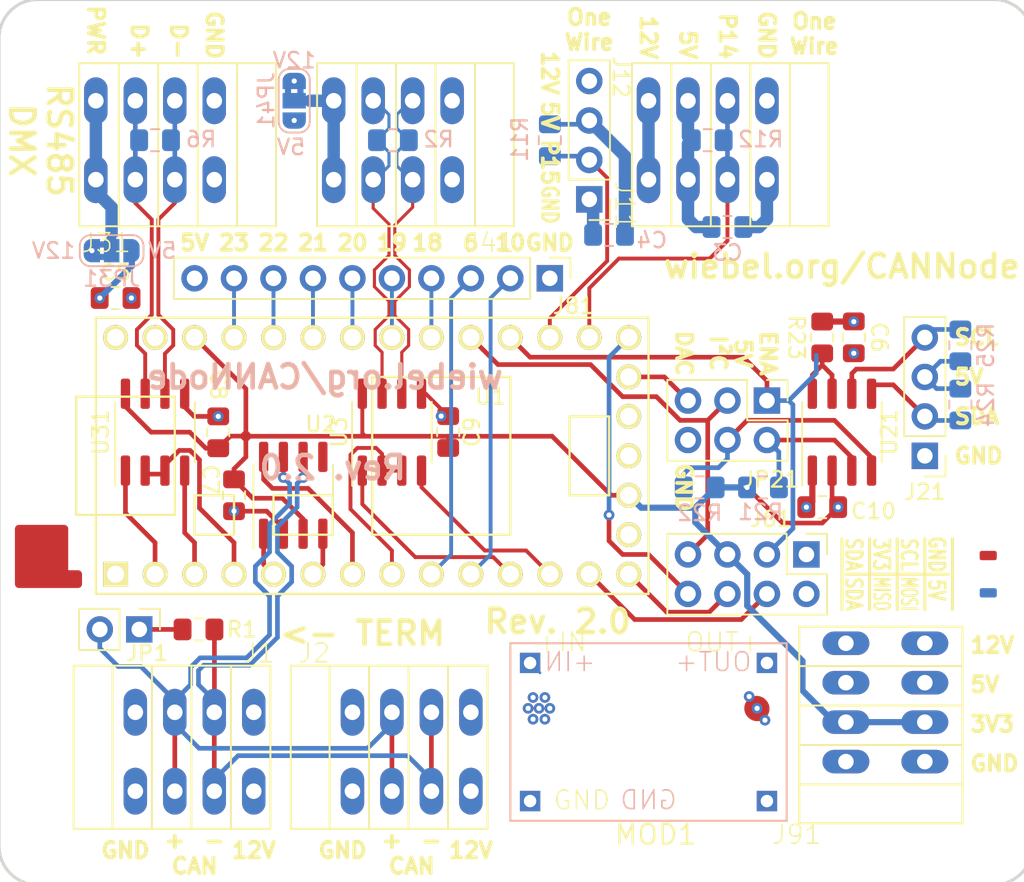
<source format=kicad_pcb>
(kicad_pcb (version 20171130) (host pcbnew 5.1.4)
  (layers (0 F.Cu signal) (1 In1.Cu signal hide) (2 In2.Cu signal hide) (31 B.Cu signal) (34 B.Paste user hide) (35 F.Paste user hide) (36 B.SilkS user hide) (37 F.SilkS user) (38 B.Mask user hide) (39 F.Mask user hide) (44 Edge.Cuts user hide))
  (net 0 "")
  (net 1 GND)
  (net 2 +12V)
  (net 3 +5V)
  (net 4 +3V3)
  (net 5 "Net-(J31-Pad4)")
  (net 6 "Net-(J41-Pad4)")
  (net 7 "Net-(J61-Pad4)")
  (net 8 "Net-(J61-Pad6)")
  (net 9 "Net-(J61-Pad8)")
  (net 10 /6)
  (net 11 /10)
  (net 12 /20)
  (net 13 /21)
  (net 14 /22)
  (net 15 /23)
  (net 16 "Net-(JP1-Pad1)")
  (net 17 "Net-(R23-Pad1)")
  (net 18 "Net-(U1-Pad7)")
  (net 19 "Net-(U1-Pad6)")
  (net 20 "Net-(U1-Pad5)")
  (net 21 /CAN-)
  (net 22 /CAN+)
  (net 23 /OW14)
  (net 24 /SDA)
  (net 25 /SCL)
  (net 26 /SCL0_16)
  (net 27 /RX1)
  (net 28 /TX2)
  (net 29 /UA1+)
  (net 30 /UA1-)
  (net 31 /UA3EN_2)
  (net 32 /SDA0_17)
  (net 33 "Net-(JP21-Pad5)")
  (net 34 "Net-(JP21-Pad4)")
  (net 35 "Net-(JP21-Pad2)")
  (net 36 /OW15)
  (net 37 /UA2+)
  (net 38 /UA2-)
  (net 39 /18)
  (net 40 /19)
  (net 41 "Net-(U1-Pad12)")
  (net 42 "Net-(U1-Pad11)")
  (net 43 "Net-(U1-Pad8)")
  (module teensy:Teensy3_min (layer F.Cu) (at 93.345 66.04)
    (fp_text reference U1 (at 7.62 -3.81) (layer F.SilkS))
    (fp_text value Teensy3.2)
    (pad 17 thru_hole circle (at 16.51 0) (size 1.6 1.6) (drill 1.1) (layers *.Cu *.Mask F.SilkS) (net 1 GND))
    (pad 18 thru_hole circle (at 16.51 -2.54) (size 1.6 1.6) (drill 1.1) (layers *.Cu *.Mask F.SilkS))
    (pad 19 thru_hole circle (at 16.51 -5.08) (size 1.6 1.6) (drill 1.1) (layers *.Cu *.Mask F.SilkS) (net 33 "Net-(JP21-Pad5)"))
    (pad 20 thru_hole circle (at 16.51 -7.62) (size 1.6 1.6) (drill 1.1) (layers *.Cu *.Mask F.SilkS) (net 9 "Net-(J61-Pad8)"))
    (pad 16 thru_hole circle (at 16.51 2.54) (size 1.6 1.6) (drill 1.1) (layers *.Cu *.Mask F.SilkS) (net 4 +3V3))
    (pad 15 thru_hole circle (at 16.51 5.08) (size 1.6 1.6) (drill 1.1) (layers *.Cu *.Mask F.SilkS))
    (pad 14 thru_hole circle (at 16.51 7.62) (size 1.6 1.6) (drill 1.1) (layers *.Cu *.Mask F.SilkS) (net 8 "Net-(J61-Pad6)"))
    (pad 21 thru_hole circle (at 13.97 -7.62) (size 1.6 1.6) (drill 1.1) (layers *.Cu *.Mask F.SilkS) (net 23 /OW14))
    (pad 22 thru_hole circle (at 11.43 -7.62) (size 1.6 1.6) (drill 1.1) (layers *.Cu *.Mask F.SilkS) (net 36 /OW15))
    (pad 23 thru_hole circle (at 8.89 -7.62) (size 1.6 1.6) (drill 1.1) (layers *.Cu *.Mask F.SilkS) (net 26 /SCL0_16))
    (pad 24 thru_hole circle (at 6.35 -7.62) (size 1.6 1.6) (drill 1.1) (layers *.Cu *.Mask F.SilkS) (net 32 /SDA0_17))
    (pad 25 thru_hole circle (at 3.81 -7.62) (size 1.6 1.6) (drill 1.1) (layers *.Cu *.Mask F.SilkS) (net 39 /18))
    (pad 26 thru_hole circle (at 1.27 -7.62) (size 1.6 1.6) (drill 1.1) (layers *.Cu *.Mask F.SilkS) (net 40 /19))
    (pad 27 thru_hole circle (at -1.27 -7.62) (size 1.6 1.6) (drill 1.1) (layers *.Cu *.Mask F.SilkS) (net 12 /20))
    (pad 28 thru_hole circle (at -3.81 -7.62) (size 1.6 1.6) (drill 1.1) (layers *.Cu *.Mask F.SilkS) (net 13 /21))
    (pad 29 thru_hole circle (at -6.35 -7.62) (size 1.6 1.6) (drill 1.1) (layers *.Cu *.Mask F.SilkS) (net 14 /22))
    (pad 30 thru_hole circle (at -8.89 -7.62) (size 1.6 1.6) (drill 1.1) (layers *.Cu *.Mask F.SilkS) (net 15 /23))
    (pad 31 thru_hole circle (at -11.43 -7.62) (size 1.6 1.6) (drill 1.1) (layers *.Cu *.Mask F.SilkS) (net 4 +3V3))
    (pad 32 thru_hole circle (at -13.97 -7.62) (size 1.6 1.6) (drill 1.1) (layers *.Cu *.Mask F.SilkS))
    (pad 33 thru_hole circle (at -16.51 -7.62) (size 1.6 1.6) (drill 1.1) (layers *.Cu *.Mask F.SilkS) (net 3 +5V))
    (pad 13 thru_hole circle (at 13.97 7.62) (size 1.6 1.6) (drill 1.1) (layers *.Cu *.Mask F.SilkS) (net 7 "Net-(J61-Pad4)"))
    (pad 12 thru_hole circle (at 11.43 7.62) (size 1.6 1.6) (drill 1.1) (layers *.Cu *.Mask F.SilkS) (net 41 "Net-(U1-Pad12)"))
    (pad 11 thru_hole circle (at 8.89 7.62) (size 1.6 1.6) (drill 1.1) (layers *.Cu *.Mask F.SilkS) (net 42 "Net-(U1-Pad11)"))
    (pad 10 thru_hole circle (at 6.35 7.62) (size 1.6 1.6) (drill 1.1) (layers *.Cu *.Mask F.SilkS) (net 11 /10))
    (pad 9 thru_hole circle (at 3.81 7.62) (size 1.6 1.6) (drill 1.1) (layers *.Cu *.Mask F.SilkS) (net 10 /6))
    (pad 8 thru_hole circle (at 1.27 7.62) (size 1.6 1.6) (drill 1.1) (layers *.Cu *.Mask F.SilkS) (net 43 "Net-(U1-Pad8)"))
    (pad 7 thru_hole circle (at -1.27 7.62) (size 1.6 1.6) (drill 1.1) (layers *.Cu *.Mask F.SilkS) (net 18 "Net-(U1-Pad7)"))
    (pad 6 thru_hole circle (at -3.81 7.62) (size 1.6 1.6) (drill 1.1) (layers *.Cu *.Mask F.SilkS) (net 19 "Net-(U1-Pad6)"))
    (pad 5 thru_hole circle (at -6.35 7.62) (size 1.6 1.6) (drill 1.1) (layers *.Cu *.Mask F.SilkS) (net 20 "Net-(U1-Pad5)"))
    (pad 4 thru_hole circle (at -8.89 7.62) (size 1.6 1.6) (drill 1.1) (layers *.Cu *.Mask F.SilkS) (net 31 /UA3EN_2))
    (pad 3 thru_hole circle (at -11.43 7.62) (size 1.6 1.6) (drill 1.1) (layers *.Cu *.Mask F.SilkS) (net 28 /TX2))
    (pad 2 thru_hole circle (at -13.97 7.62) (size 1.6 1.6) (drill 1.1) (layers *.Cu *.Mask F.SilkS) (net 27 /RX1))
    (pad 1 thru_hole rect (at -16.51 7.62) (size 1.6 1.6) (drill 1.1) (layers *.Cu *.Mask F.SilkS) (net 1 GND))
  )
  (module Package_SO:SOIC-8_3.9x4.9mm_P1.27mm (layer F.Cu) (at 94.615 64.516 90)
    (fp_text reference U3 (at 0 -3.4 90) (layer F.SilkS))
    (fp_text value MAX3485)
    (pad 1 smd roundrect (at -2.475 -1.905 90) (size 1.95 0.6) (layers F.Cu F.Paste F.Mask) (net 42 "Net-(U1-Pad11)"))
    (pad 2 smd roundrect (at -2.475 -0.635 90) (size 1.95 0.6) (layers F.Cu F.Paste F.Mask) (net 43 "Net-(U1-Pad8)"))
    (pad 3 smd roundrect (at -2.475 0.635 90) (size 1.95 0.6) (layers F.Cu F.Paste F.Mask) (net 43 "Net-(U1-Pad8)"))
    (pad 4 smd roundrect (at -2.475 1.905 90) (size 1.95 0.6) (layers F.Cu F.Paste F.Mask) (net 41 "Net-(U1-Pad12)"))
    (pad 5 smd roundrect (at 2.475 1.905 90) (size 1.95 0.6) (layers F.Cu F.Paste F.Mask) (net 1 GND))
    (pad 6 smd roundrect (at 2.475 0.635 90) (size 1.95 0.6) (layers F.Cu F.Paste F.Mask) (net 38 /UA2-))
    (pad 7 smd roundrect (at 2.475 -0.635 90) (size 1.95 0.6) (layers F.Cu F.Paste F.Mask) (net 37 /UA2+))
    (pad 8 smd roundrect (at 2.475 -1.905 90) (size 1.95 0.6) (layers F.Cu F.Paste F.Mask) (net 4 +3V3))
  )
  (module Package_SO:SOIC-8_3.9x4.9mm_P1.27mm (layer F.Cu) (at 88.265 68.58 90)
    (fp_text reference U2 (at 4.572 1.778 180) (layer F.SilkS))
    (fp_text value SN65HVD230)
    (pad 8 smd roundrect (at 2.475 -1.905 90) (size 1.95 0.6) (layers F.Cu F.Paste F.Mask) (net 18 "Net-(U1-Pad7)"))
    (pad 7 smd roundrect (at 2.475 -0.635 90) (size 1.95 0.6) (layers F.Cu F.Paste F.Mask) (net 22 /CAN+))
    (pad 6 smd roundrect (at 2.475 0.635 90) (size 1.95 0.6) (layers F.Cu F.Paste F.Mask) (net 21 /CAN-))
    (pad 5 smd roundrect (at 2.475 1.905 90) (size 1.95 0.6) (layers F.Cu F.Paste F.Mask))
    (pad 4 smd roundrect (at -2.475 1.905 90) (size 1.95 0.6) (layers F.Cu F.Paste F.Mask) (net 19 "Net-(U1-Pad6)"))
    (pad 3 smd roundrect (at -2.475 0.635 90) (size 1.95 0.6) (layers F.Cu F.Paste F.Mask) (net 4 +3V3))
    (pad 2 smd roundrect (at -2.475 -0.635 90) (size 1.95 0.6) (layers F.Cu F.Paste F.Mask) (net 1 GND))
    (pad 1 smd roundrect (at -2.475 -1.905 90) (size 1.95 0.6) (layers F.Cu F.Paste F.Mask) (net 20 "Net-(U1-Pad5)"))
  )
  (module Package_SO:SOIC-8_3.9x4.9mm_P1.27mm (layer F.Cu) (at 123.571 64.516 90)
    (fp_text reference U21 (at 0 3.048 270) (layer F.SilkS))
    (fp_text value PCA9306)
    (pad 8 smd roundrect (at 2.475 -1.905 90) (size 1.95 0.6) (layers F.Cu F.Paste F.Mask) (net 17 "Net-(R23-Pad1)"))
    (pad 7 smd roundrect (at 2.475 -0.635 90) (size 1.95 0.6) (layers F.Cu F.Paste F.Mask) (net 17 "Net-(R23-Pad1)"))
    (pad 6 smd roundrect (at 2.475 0.635 90) (size 1.95 0.6) (layers F.Cu F.Paste F.Mask) (net 25 /SCL))
    (pad 5 smd roundrect (at 2.475 1.905 90) (size 1.95 0.6) (layers F.Cu F.Paste F.Mask) (net 24 /SDA))
    (pad 4 smd roundrect (at -2.475 1.905 90) (size 1.95 0.6) (layers F.Cu F.Paste F.Mask) (net 34 "Net-(JP21-Pad4)"))
    (pad 3 smd roundrect (at -2.475 0.635 90) (size 1.95 0.6) (layers F.Cu F.Paste F.Mask) (net 35 "Net-(JP21-Pad2)"))
    (pad 2 smd roundrect (at -2.475 -0.635 90) (size 1.95 0.6) (layers F.Cu F.Paste F.Mask) (net 4 +3V3))
    (pad 1 smd roundrect (at -2.475 -1.905 90) (size 1.95 0.6) (layers F.Cu F.Paste F.Mask) (net 1 GND))
  )
  (module Package_SO:SOIC-8_3.9x4.9mm_P1.27mm (layer F.Cu) (at 79.375 64.516 90)
    (fp_text reference U31 (at 0 -3.5 270) (layer F.SilkS))
    (fp_text value MAX3485)
    (pad 8 smd roundrect (at 2.475 -1.905 90) (size 1.95 0.6) (layers F.Cu F.Paste F.Mask) (net 4 +3V3))
    (pad 7 smd roundrect (at 2.475 -0.635 90) (size 1.95 0.6) (layers F.Cu F.Paste F.Mask) (net 29 /UA1+))
    (pad 6 smd roundrect (at 2.475 0.635 90) (size 1.95 0.6) (layers F.Cu F.Paste F.Mask) (net 30 /UA1-))
    (pad 5 smd roundrect (at 2.475 1.905 90) (size 1.95 0.6) (layers F.Cu F.Paste F.Mask) (net 1 GND))
    (pad 4 smd roundrect (at -2.475 1.905 90) (size 1.95 0.6) (layers F.Cu F.Paste F.Mask) (net 28 /TX2))
    (pad 3 smd roundrect (at -2.475 0.635 90) (size 1.95 0.6) (layers F.Cu F.Paste F.Mask) (net 31 /UA3EN_2))
    (pad 2 smd roundrect (at -2.475 -0.635 90) (size 1.95 0.6) (layers F.Cu F.Paste F.Mask) (net 31 /UA3EN_2))
    (pad 1 smd roundrect (at -2.475 -1.905 90) (size 1.95 0.6) (layers F.Cu F.Paste F.Mask) (net 27 /RX1))
  )
  (module Connector_PinHeader_2.54mm:PinHeader_2x03_P2.54mm_Vertical (layer F.Cu) (at 118.745 62.484 270)
    (fp_text reference JP21 (at 5.08 -0.254 unlocked) (layer F.SilkS))
    (fp_text value Conn_02x03_Odd_Even)
    (pad 1 thru_hole rect (at 0 0 270) (size 1.7 1.7) (drill 1) (layers *.Cu *.Mask) (net 26 /SCL0_16))
    (pad 2 thru_hole oval (at 2.54 0 270) (size 1.7 1.7) (drill 1) (layers *.Cu *.Mask) (net 35 "Net-(JP21-Pad2)"))
    (pad 3 thru_hole oval (at 0 2.54 270) (size 1.7 1.7) (drill 1) (layers *.Cu *.Mask) (net 32 /SDA0_17))
    (pad 4 thru_hole oval (at 2.54 2.54 270) (size 1.7 1.7) (drill 1) (layers *.Cu *.Mask) (net 34 "Net-(JP21-Pad4)"))
    (pad 5 thru_hole oval (at 0 5.08 270) (size 1.7 1.7) (drill 1) (layers *.Cu *.Mask) (net 33 "Net-(JP21-Pad5)"))
    (pad 6 thru_hole oval (at 2.54 5.08 270) (size 1.7 1.7) (drill 1) (layers *.Cu *.Mask) (net 1 GND))
  )
  (module Jumper:SolderJumper-3_P1.3mm_Bridged2Bar12_RoundedPad1.0x1.5mm_NumberLabels (layer B.Cu) (at 76.581 52.832)
    (fp_text reference JP31 (at 0 1.8) (layer B.SilkS) (effects (justify mirror)))
    (fp_text value Jumper_3_Bridged12)
    (fp_text user 12V (at -3.746 0) (layer B.SilkS) (effects (justify mirror)))
    (fp_text user 5V (at 3.254 0) (layer B.SilkS) (effects (justify mirror)))
    (pad 2 smd rect (at 0 0) (size 1 1.5) (layers B.Cu B.Mask) (net 5 "Net-(J31-Pad4)"))
    (pad 3 smd custom (at 1.3 0) (size 1 0.5) (layers B.Cu B.Mask) (net 3 +5V) (options (clearance outline) (anchor rect)) (primitives (gr_circle (center 0 -0.25) (end 0.5 -0.25) (width 0)) (gr_circle (center 0 0.25) (end 0.5 0.25) (width 0)) (gr_poly (pts (xy -0.55 0.75) (xy 0 0.75) (xy 0 -0.75) (xy -0.55 -0.75)) (width 0))))
    (pad 1 smd custom (at -1.3 0) (size 1 0.5) (layers B.Cu B.Mask) (net 2 +12V) (options (clearance outline) (anchor rect)) (primitives (gr_circle (center 0 -0.25) (end 0.5 -0.25) (width 0)) (gr_circle (center 0 0.25) (end 0.5 0.25) (width 0)) (gr_poly (pts (xy 0.55 0.75) (xy 0 0.75) (xy 0 -0.75) (xy 0.55 -0.75)) (width 0)) (gr_poly (pts (xy 0.4 0.6) (xy 0.9 0.6) (xy 0.9 0.2) (xy 0.4 0.2)) (width 0)) (gr_poly (pts (xy 0.4 -0.2) (xy 0.9 -0.2) (xy 0.9 -0.6) (xy 0.4 -0.6)) (width 0))))
  )
  (module Connector_PinHeader_2.54mm:PinHeader_1x04_P2.54mm_Vertical (layer F.Cu) (at 107.315 49.53 180)
    (fp_text reference J12 (at -2.032 7.874 270 unlocked) (layer F.SilkS))
    (fp_text value Conn_01x04)
    (pad 1 thru_hole rect (at 0 0 180) (size 1.7 1.7) (drill 1) (layers *.Cu *.Mask) (net 1 GND))
    (pad 2 thru_hole oval (at 0 2.54 180) (size 1.7 1.7) (drill 1) (layers *.Cu *.Mask) (net 36 /OW15))
    (pad 3 thru_hole oval (at 0 5.08 180) (size 1.7 1.7) (drill 1) (layers *.Cu *.Mask) (net 3 +5V))
    (pad 4 thru_hole oval (at 0 7.62 180) (size 1.7 1.7) (drill 1) (layers *.Cu *.Mask) (net 2 +12V))
  )
  (module CANNode:OWN_KF141V-P4_simple (layer F.Cu) (at 85.725 87.63)
    (fp_text reference J1 (at -0.762 -8.89 180) (layer F.SilkS) (effects (font (size 1.2065 1.2065) (thickness 0.1016)) (justify left)))
    (fp_text value Conn_01x04)
    (pad 1 thru_hole oval (at -7.62 0 90) (size 3.016 1.508) (drill 1) (layers *.Cu *.Mask) (net 1 GND))
    (pad 2 thru_hole oval (at -5.08 0 90) (size 3.016 1.508) (drill 1) (layers *.Cu *.Mask) (net 22 /CAN+))
    (pad 3 thru_hole oval (at -2.54 0 90) (size 3.016 1.508) (drill 1) (layers *.Cu *.Mask) (net 21 /CAN-))
    (pad 4 thru_hole oval (at 0 0 90) (size 3.016 1.508) (drill 1) (layers *.Cu *.Mask) (net 2 +12V))
    (pad 1 thru_hole oval (at -7.62 -5.08 90) (size 3.016 1.508) (drill 1) (layers *.Cu *.Mask) (net 1 GND))
    (pad 2 thru_hole oval (at -5.08 -5.08 90) (size 3.016 1.508) (drill 1) (layers *.Cu *.Mask) (net 22 /CAN+))
    (pad 3 thru_hole oval (at -2.54 -5.08 90) (size 3.016 1.508) (drill 1) (layers *.Cu *.Mask) (net 21 /CAN-))
    (pad 4 thru_hole oval (at 0 -5.08 90) (size 3.016 1.508) (drill 1) (layers *.Cu *.Mask) (net 2 +12V))
  )
  (module Capacitor_SMD:C_0805_2012Metric_Pad1.15x1.40mm_HandSolder (layer B.Cu) (at 116.205 51.308)
    (fp_text reference C3 (at 0 1.65) (layer B.SilkS) (effects (justify mirror)))
    (fp_text value C)
    (pad 1 smd roundrect (at -1.025 0) (size 1.15 1.4) (layers B.Cu B.Paste B.Mask) (roundrect_rratio 0.217391) (net 3 +5V))
    (pad 2 smd roundrect (at 1.025 0) (size 1.15 1.4) (layers B.Cu B.Paste B.Mask) (roundrect_rratio 0.217391) (net 1 GND))
  )
  (module Capacitor_SMD:C_0805_2012Metric_Pad1.15x1.40mm_HandSolder (layer B.Cu) (at 108.585 51.816 180)
    (fp_text reference C4 (at -2.76 -0.344 180) (layer B.SilkS) (effects (justify mirror)))
    (fp_text value C)
    (pad 2 smd roundrect (at 1.025 0 180) (size 1.15 1.4) (layers B.Cu B.Paste B.Mask) (roundrect_rratio 0.217391) (net 1 GND))
    (pad 1 smd roundrect (at -1.025 0 180) (size 1.15 1.4) (layers B.Cu B.Paste B.Mask) (roundrect_rratio 0.217391) (net 3 +5V))
  )
  (module Capacitor_SMD:C_0805_2012Metric_Pad1.15x1.40mm_HandSolder (layer F.Cu) (at 76.835 55.88)
    (fp_text reference C5 (at 0 -1.65) (layer F.SilkS))
    (fp_text value C)
    (pad 1 smd roundrect (at -1.025 0) (size 1.15 1.4) (layers F.Cu F.Paste F.Mask) (roundrect_rratio 0.217391) (net 3 +5V))
    (pad 2 smd roundrect (at 1.025 0) (size 1.15 1.4) (layers F.Cu F.Paste F.Mask) (roundrect_rratio 0.217391) (net 1 GND))
  )
  (module Capacitor_SMD:C_0805_2012Metric_Pad1.15x1.40mm_HandSolder (layer F.Cu) (at 124.333 58.411 270)
    (fp_text reference C6 (at 0 -1.65 270 unlocked) (layer F.SilkS))
    (fp_text value C)
    (pad 2 smd roundrect (at 1.025 0 270) (size 1.15 1.4) (layers F.Cu F.Paste F.Mask) (roundrect_rratio 0.217391) (net 1 GND))
    (pad 1 smd roundrect (at -1.025 0 270) (size 1.15 1.4) (layers F.Cu F.Paste F.Mask) (roundrect_rratio 0.217391) (net 3 +5V))
  )
  (module Capacitor_SMD:C_0805_2012Metric_Pad1.15x1.40mm_HandSolder (layer F.Cu) (at 84.455 68.58 270)
    (fp_text reference C7 (at -1.016 1.524 270 unlocked) (layer F.SilkS))
    (fp_text value C)
    (pad 1 smd roundrect (at -1.025 0 270) (size 1.15 1.4) (layers F.Cu F.Paste F.Mask) (roundrect_rratio 0.217391) (net 4 +3V3))
    (pad 2 smd roundrect (at 1.025 0 270) (size 1.15 1.4) (layers F.Cu F.Paste F.Mask) (roundrect_rratio 0.217391) (net 1 GND))
  )
  (module Capacitor_SMD:C_0805_2012Metric_Pad1.15x1.40mm_HandSolder (layer F.Cu) (at 83.439 64.525 90)
    (fp_text reference C8 (at 3.057 0 270 unlocked) (layer F.SilkS))
    (fp_text value C)
    (pad 2 smd roundrect (at 1.025 0 90) (size 1.15 1.4) (layers F.Cu F.Paste F.Mask) (roundrect_rratio 0.217391) (net 1 GND))
    (pad 1 smd roundrect (at -1.025 0 90) (size 1.15 1.4) (layers F.Cu F.Paste F.Mask) (roundrect_rratio 0.217391) (net 4 +3V3))
  )
  (module Capacitor_SMD:C_0805_2012Metric_Pad1.15x1.40mm_HandSolder (layer F.Cu) (at 98.2345 64.507 90)
    (fp_text reference C9 (at 0 1.524 90) (layer F.SilkS))
    (fp_text value C)
    (pad 1 smd roundrect (at -1.025 0 90) (size 1.15 1.4) (layers F.Cu F.Paste F.Mask) (roundrect_rratio 0.217391) (net 4 +3V3))
    (pad 2 smd roundrect (at 1.025 0 90) (size 1.15 1.4) (layers F.Cu F.Paste F.Mask) (roundrect_rratio 0.217391) (net 1 GND))
  )
  (module Capacitor_SMD:C_0805_2012Metric_Pad1.15x1.40mm_HandSolder (layer F.Cu) (at 122.301 69.342 180)
    (fp_text reference C10 (at -3.302 -0.254 180) (layer F.SilkS))
    (fp_text value C)
    (pad 1 smd roundrect (at -1.025 0 180) (size 1.15 1.4) (layers F.Cu F.Paste F.Mask) (roundrect_rratio 0.217391) (net 4 +3V3))
    (pad 2 smd roundrect (at 1.025 0 180) (size 1.15 1.4) (layers F.Cu F.Paste F.Mask) (roundrect_rratio 0.217391) (net 1 GND))
  )
  (module CANNode:OWN_KF141V-P4_simple (layer F.Cu) (at 99.695 87.63)
    (fp_text reference J2 (at -11.176 -8.89 180) (layer F.SilkS) (effects (font (size 1.2065 1.2065) (thickness 0.1016)) (justify left)))
    (fp_text value Conn_01x04)
    (pad 1 thru_hole oval (at -7.62 0 90) (size 3.016 1.508) (drill 1) (layers *.Cu *.Mask) (net 1 GND))
    (pad 2 thru_hole oval (at -5.08 0 90) (size 3.016 1.508) (drill 1) (layers *.Cu *.Mask) (net 22 /CAN+))
    (pad 3 thru_hole oval (at -2.54 0 90) (size 3.016 1.508) (drill 1) (layers *.Cu *.Mask) (net 21 /CAN-))
    (pad 4 thru_hole oval (at 0 0 90) (size 3.016 1.508) (drill 1) (layers *.Cu *.Mask) (net 2 +12V))
    (pad 1 thru_hole oval (at -7.62 -5.08 90) (size 3.016 1.508) (drill 1) (layers *.Cu *.Mask) (net 1 GND))
    (pad 2 thru_hole oval (at -5.08 -5.08 90) (size 3.016 1.508) (drill 1) (layers *.Cu *.Mask) (net 22 /CAN+))
    (pad 3 thru_hole oval (at -2.54 -5.08 90) (size 3.016 1.508) (drill 1) (layers *.Cu *.Mask) (net 21 /CAN-))
    (pad 4 thru_hole oval (at 0 -5.08 90) (size 3.016 1.508) (drill 1) (layers *.Cu *.Mask) (net 2 +12V))
  )
  (module CANNode:OWN_KF141V-P4_simple (layer F.Cu) (at 111.125 43.18 180)
    (fp_text reference J11 (at 1.524 -5.08 270 unlocked) (layer F.SilkS) (effects (font (size 1.2065 1.2065) (thickness 0.1016)) (justify left)))
    (fp_text value Conn_01x04)
    (pad 1 thru_hole oval (at -7.62 0 270) (size 3.016 1.508) (drill 1) (layers *.Cu *.Mask) (net 1 GND))
    (pad 2 thru_hole oval (at -5.08 0 270) (size 3.016 1.508) (drill 1) (layers *.Cu *.Mask) (net 23 /OW14))
    (pad 3 thru_hole oval (at -2.54 0 270) (size 3.016 1.508) (drill 1) (layers *.Cu *.Mask) (net 3 +5V))
    (pad 4 thru_hole oval (at 0 0 270) (size 3.016 1.508) (drill 1) (layers *.Cu *.Mask) (net 2 +12V))
    (pad 1 thru_hole oval (at -7.62 -5.08 270) (size 3.016 1.508) (drill 1) (layers *.Cu *.Mask) (net 1 GND))
    (pad 2 thru_hole oval (at -5.08 -5.08 270) (size 3.016 1.508) (drill 1) (layers *.Cu *.Mask) (net 23 /OW14))
    (pad 3 thru_hole oval (at -2.54 -5.08 270) (size 3.016 1.508) (drill 1) (layers *.Cu *.Mask) (net 3 +5V))
    (pad 4 thru_hole oval (at 0 -5.08 270) (size 3.016 1.508) (drill 1) (layers *.Cu *.Mask) (net 2 +12V))
  )
  (module CANNode:OWN_KF141V-P4_simple (layer F.Cu) (at 75.565 43.18 180)
    (fp_text reference J31 (at 1.016 -9.144 unlocked) (layer F.SilkS) (effects (font (size 1.2065 1.2065) (thickness 0.1016)) (justify left)))
    (fp_text value Conn_01x04)
    (pad 1 thru_hole oval (at -7.62 0 270) (size 3.016 1.508) (drill 1) (layers *.Cu *.Mask) (net 1 GND))
    (pad 2 thru_hole oval (at -5.08 0 270) (size 3.016 1.508) (drill 1) (layers *.Cu *.Mask) (net 30 /UA1-))
    (pad 3 thru_hole oval (at -2.54 0 270) (size 3.016 1.508) (drill 1) (layers *.Cu *.Mask) (net 29 /UA1+))
    (pad 4 thru_hole oval (at 0 0 270) (size 3.016 1.508) (drill 1) (layers *.Cu *.Mask) (net 5 "Net-(J31-Pad4)"))
    (pad 1 thru_hole oval (at -7.62 -5.08 270) (size 3.016 1.508) (drill 1) (layers *.Cu *.Mask) (net 1 GND))
    (pad 2 thru_hole oval (at -5.08 -5.08 270) (size 3.016 1.508) (drill 1) (layers *.Cu *.Mask) (net 30 /UA1-))
    (pad 3 thru_hole oval (at -2.54 -5.08 270) (size 3.016 1.508) (drill 1) (layers *.Cu *.Mask) (net 29 /UA1+))
    (pad 4 thru_hole oval (at 0 -5.08 270) (size 3.016 1.508) (drill 1) (layers *.Cu *.Mask) (net 5 "Net-(J31-Pad4)"))
  )
  (module CANNode:OWN_KF141V-P4_simple (layer F.Cu) (at 90.8685 43.18 180)
    (fp_text reference J41 (at -8.382 -9.144) (layer F.SilkS) (effects (font (size 1.2065 1.2065) (thickness 0.1016)) (justify left)))
    (fp_text value Conn_01x04)
    (pad 4 thru_hole oval (at 0 -5.08 270) (size 3.016 1.508) (drill 1) (layers *.Cu *.Mask) (net 6 "Net-(J41-Pad4)"))
    (pad 3 thru_hole oval (at -2.54 -5.08 270) (size 3.016 1.508) (drill 1) (layers *.Cu *.Mask) (net 37 /UA2+))
    (pad 2 thru_hole oval (at -5.08 -5.08 270) (size 3.016 1.508) (drill 1) (layers *.Cu *.Mask) (net 38 /UA2-))
    (pad 1 thru_hole oval (at -7.62 -5.08 270) (size 3.016 1.508) (drill 1) (layers *.Cu *.Mask) (net 1 GND))
    (pad 4 thru_hole oval (at 0 0 270) (size 3.016 1.508) (drill 1) (layers *.Cu *.Mask) (net 6 "Net-(J41-Pad4)"))
    (pad 3 thru_hole oval (at -2.54 0 270) (size 3.016 1.508) (drill 1) (layers *.Cu *.Mask) (net 37 /UA2+))
    (pad 2 thru_hole oval (at -5.08 0 270) (size 3.016 1.508) (drill 1) (layers *.Cu *.Mask) (net 38 /UA2-))
    (pad 1 thru_hole oval (at -7.62 0 270) (size 3.016 1.508) (drill 1) (layers *.Cu *.Mask) (net 1 GND))
  )
  (module Connector_PinHeader_2.54mm:PinHeader_1x10_P2.54mm_Vertical (layer F.Cu) (at 104.775 54.61 270)
    (fp_text reference J81 (at 1.778 -1.524) (layer F.SilkS))
    (fp_text value Conn_01x10)
    (pad 1 thru_hole rect (at 0 0 270) (size 1.7 1.7) (drill 1) (layers *.Cu *.Mask) (net 1 GND))
    (pad 2 thru_hole oval (at 0 2.54 270) (size 1.7 1.7) (drill 1) (layers *.Cu *.Mask) (net 11 /10))
    (pad 3 thru_hole oval (at 0 5.08 270) (size 1.7 1.7) (drill 1) (layers *.Cu *.Mask) (net 10 /6))
    (pad 4 thru_hole oval (at 0 7.62 270) (size 1.7 1.7) (drill 1) (layers *.Cu *.Mask) (net 39 /18))
    (pad 5 thru_hole oval (at 0 10.16 270) (size 1.7 1.7) (drill 1) (layers *.Cu *.Mask) (net 40 /19))
    (pad 6 thru_hole oval (at 0 12.7 270) (size 1.7 1.7) (drill 1) (layers *.Cu *.Mask) (net 12 /20))
    (pad 7 thru_hole oval (at 0 15.24 270) (size 1.7 1.7) (drill 1) (layers *.Cu *.Mask) (net 13 /21))
    (pad 8 thru_hole oval (at 0 17.78 270) (size 1.7 1.7) (drill 1) (layers *.Cu *.Mask) (net 14 /22))
    (pad 9 thru_hole oval (at 0 20.32 270) (size 1.7 1.7) (drill 1) (layers *.Cu *.Mask) (net 15 /23))
    (pad 10 thru_hole oval (at 0 22.86 270) (size 1.7 1.7) (drill 1) (layers *.Cu *.Mask) (net 3 +5V))
  )
  (module Connector_PinHeader_2.54mm:PinHeader_1x02_P2.54mm_Vertical (layer F.Cu) (at 78.359 77.216 270)
    (fp_text reference JP1 (at 1.524 -0.508) (layer F.SilkS))
    (fp_text value Jumper_NC_Small)
    (pad 1 thru_hole rect (at 0 0 270) (size 1.7 1.7) (drill 1) (layers *.Cu *.Mask) (net 16 "Net-(JP1-Pad1)"))
    (pad 2 thru_hole oval (at 0 2.54 270) (size 1.7 1.7) (drill 1) (layers *.Cu *.Mask) (net 22 /CAN+))
  )
  (module Jumper:SolderJumper-3_P1.3mm_Bridged2Bar12_RoundedPad1.0x1.5mm_NumberLabels (layer B.Cu) (at 88.3285 43.18 270)
    (fp_text reference JP41 (at 0 1.8 270) (layer B.SilkS) (effects (justify mirror)))
    (fp_text value Jumper_3_Bridged12)
    (fp_text user 5V (at 2.98 0.21) (layer B.SilkS) (effects (justify mirror)))
    (fp_text user 12V (at -2.6 0) (layer B.SilkS) (effects (justify mirror)))
    (pad 1 smd custom (at -1.3 0 270) (size 1 0.5) (layers B.Cu B.Mask) (net 2 +12V) (options (clearance outline) (anchor rect)) (primitives (gr_circle (center 0 -0.25) (end 0.5 -0.25) (width 0)) (gr_circle (center 0 0.25) (end 0.5 0.25) (width 0)) (gr_poly (pts (xy 0.55 0.75) (xy 0 0.75) (xy 0 -0.75) (xy 0.55 -0.75)) (width 0)) (gr_poly (pts (xy 0.4 0.6) (xy 0.9 0.6) (xy 0.9 0.2) (xy 0.4 0.2)) (width 0)) (gr_poly (pts (xy 0.4 -0.2) (xy 0.9 -0.2) (xy 0.9 -0.6) (xy 0.4 -0.6)) (width 0))))
    (pad 3 smd custom (at 1.3 0 270) (size 1 0.5) (layers B.Cu B.Mask) (net 3 +5V) (options (clearance outline) (anchor rect)) (primitives (gr_circle (center 0 -0.25) (end 0.5 -0.25) (width 0)) (gr_circle (center 0 0.25) (end 0.5 0.25) (width 0)) (gr_poly (pts (xy -0.55 0.75) (xy 0 0.75) (xy 0 -0.75) (xy -0.55 -0.75)) (width 0))))
    (pad 2 smd rect (at 0 0 270) (size 1 1.5) (layers B.Cu B.Mask) (net 6 "Net-(J41-Pad4)"))
  )
  (module CANNode:OWN_DC-DC (layer F.Cu) (at 119.38 88.9)
    (fp_text reference MOD1 (at -7.795 1.524) (layer F.SilkS) (effects (font (size 1.27 1.27))))
    (fp_text value DSN-MINI-360)
    (fp_text user +IN (at -15.621 -10.16) (layer F.SilkS) (effects (font (size 1.2065 1.2065) (thickness 0.1016)) (justify left bottom)))
    (fp_text user OUT+ (at -0.889 -10.16) (layer F.SilkS) (effects (font (size 1.2065 1.2065) (thickness 0.1016)) (justify right bottom)))
    (fp_text user GND (at -12.545 0.01) (layer F.SilkS) (effects (font (size 1.2065 1.2065) (thickness 0.1016)) (justify bottom)))
    (fp_text user +IN (at -15.045 -8.89) (layer B.SilkS) (effects (font (size 1.2065 1.2065) (thickness 0.1016)) (justify right bottom mirror)))
    (fp_text user OUT+ (at -1.545 -8.89) (layer B.SilkS) (effects (font (size 1.2065 1.2065) (thickness 0.1016)) (justify left bottom mirror)))
    (fp_text user GND (at -8.255 0) (layer B.SilkS) (effects (font (size 1.2065 1.2065) (thickness 0.1016)) (justify bottom mirror)))
    (pad IN+ thru_hole rect (at -15.875 -9.525) (size 1.308 1.308) (drill 0.8) (layers *.Cu *.Mask))
    (pad IN- thru_hole rect (at -15.875 -0.635) (size 1.308 1.308) (drill 0.8) (layers *.Cu *.Mask))
    (pad OUT+ thru_hole rect (at -0.635 -9.525) (size 1.308 1.308) (drill 0.8) (layers *.Cu *.Mask))
    (pad OUT- thru_hole rect (at -0.635 -0.635) (size 1.308 1.308) (drill 0.8) (layers *.Cu *.Mask))
  )
  (module Resistor_SMD:R_0805_2012Metric_Pad1.15x1.40mm_HandSolder (layer F.Cu) (at 82.169 77.216)
    (fp_text reference R1 (at 2.794 0) (layer F.SilkS))
    (fp_text value 120)
    (pad 2 smd roundrect (at 1.025 0) (size 1.15 1.4) (layers F.Cu F.Paste F.Mask) (roundrect_rratio 0.217391) (net 21 /CAN-))
    (pad 1 smd roundrect (at -1.025 0) (size 1.15 1.4) (layers F.Cu F.Paste F.Mask) (roundrect_rratio 0.217391) (net 16 "Net-(JP1-Pad1)"))
  )
  (module Resistor_SMD:R_0805_2012Metric_Pad1.15x1.40mm_HandSolder (layer B.Cu) (at 94.6785 45.72 180)
    (fp_text reference R2 (at -2.94 0.06 180) (layer B.SilkS) (effects (justify mirror)))
    (fp_text value 120)
    (pad 2 smd roundrect (at 1.025 0 180) (size 1.15 1.4) (layers B.Cu B.Paste B.Mask) (roundrect_rratio 0.217391) (net 37 /UA2+))
    (pad 1 smd roundrect (at -1.025 0 180) (size 1.15 1.4) (layers B.Cu B.Paste B.Mask) (roundrect_rratio 0.217391) (net 38 /UA2-))
  )
  (module Resistor_SMD:R_0805_2012Metric_Pad1.15x1.40mm_HandSolder (layer B.Cu) (at 79.375 45.72 180)
    (fp_text reference R6 (at -2.96 0.06 180) (layer B.SilkS) (effects (justify mirror)))
    (fp_text value 120)
    (pad 2 smd roundrect (at 1.025 0 180) (size 1.15 1.4) (layers B.Cu B.Paste B.Mask) (roundrect_rratio 0.217391) (net 29 /UA1+))
    (pad 1 smd roundrect (at -1.025 0 180) (size 1.15 1.4) (layers B.Cu B.Paste B.Mask) (roundrect_rratio 0.217391) (net 30 /UA1-))
  )
  (module Resistor_SMD:R_0805_2012Metric_Pad1.15x1.40mm_HandSolder (layer B.Cu) (at 104.775 45.72 90)
    (fp_text reference R11 (at 0.06 -1.93 90) (layer B.SilkS) (effects (justify mirror)))
    (fp_text value 4.7k)
    (pad 2 smd roundrect (at 1.025 0 90) (size 1.15 1.4) (layers B.Cu B.Paste B.Mask) (roundrect_rratio 0.217391) (net 3 +5V))
    (pad 1 smd roundrect (at -1.025 0 90) (size 1.15 1.4) (layers B.Cu B.Paste B.Mask) (roundrect_rratio 0.217391) (net 36 /OW15))
  )
  (module Resistor_SMD:R_0805_2012Metric_Pad1.15x1.40mm_HandSolder (layer B.Cu) (at 114.935 45.72 180)
    (fp_text reference R12 (at -3.41 0.06 180) (layer B.SilkS) (effects (justify mirror)))
    (fp_text value 4.7k)
    (pad 1 smd roundrect (at -1.025 0 180) (size 1.15 1.4) (layers B.Cu B.Paste B.Mask) (roundrect_rratio 0.217391) (net 23 /OW14))
    (pad 2 smd roundrect (at 1.025 0 180) (size 1.15 1.4) (layers B.Cu B.Paste B.Mask) (roundrect_rratio 0.217391) (net 3 +5V))
  )
  (module Resistor_SMD:R_0805_2012Metric_Pad1.15x1.40mm_HandSolder (layer B.Cu) (at 118.491 68.072 180)
    (fp_text reference R21 (at 0.156 -1.588 180) (layer B.SilkS) (effects (justify mirror)))
    (fp_text value 4.7k)
    (pad 2 smd roundrect (at 1.025 0 180) (size 1.15 1.4) (layers B.Cu B.Paste B.Mask) (roundrect_rratio 0.217391) (net 4 +3V3))
    (pad 1 smd roundrect (at -1.025 0 180) (size 1.15 1.4) (layers B.Cu B.Paste B.Mask) (roundrect_rratio 0.217391) (net 35 "Net-(JP21-Pad2)"))
  )
  (module Resistor_SMD:R_0805_2012Metric_Pad1.15x1.40mm_HandSolder (layer B.Cu) (at 114.418 68.072)
    (fp_text reference R22 (at 0 1.65) (layer B.SilkS) (effects (justify mirror)))
    (fp_text value 4.7k)
    (pad 1 smd roundrect (at -1.025 0) (size 1.15 1.4) (layers B.Cu B.Paste B.Mask) (roundrect_rratio 0.217391) (net 34 "Net-(JP21-Pad4)"))
    (pad 2 smd roundrect (at 1.025 0) (size 1.15 1.4) (layers B.Cu B.Paste B.Mask) (roundrect_rratio 0.217391) (net 4 +3V3))
  )
  (module Resistor_SMD:R_0805_2012Metric_Pad1.15x1.40mm_HandSolder (layer F.Cu) (at 122.301 58.42 90)
    (fp_text reference R23 (at 0 -1.65 270 unlocked) (layer F.SilkS))
    (fp_text value 200k)
    (pad 1 smd roundrect (at -1.025 0 90) (size 1.15 1.4) (layers F.Cu F.Paste F.Mask) (roundrect_rratio 0.217391) (net 17 "Net-(R23-Pad1)"))
    (pad 2 smd roundrect (at 1.025 0 90) (size 1.15 1.4) (layers F.Cu F.Paste F.Mask) (roundrect_rratio 0.217391) (net 3 +5V))
  )
  (module Resistor_SMD:R_0805_2012Metric_Pad1.15x1.40mm_HandSolder (layer B.Cu) (at 131.191 62.738 90)
    (fp_text reference R24 (at 0 1.65 90) (layer B.SilkS) (effects (justify mirror)))
    (fp_text value 4.7k)
    (pad 1 smd roundrect (at -1.025 0 90) (size 1.15 1.4) (layers B.Cu B.Paste B.Mask) (roundrect_rratio 0.217391) (net 24 /SDA))
    (pad 2 smd roundrect (at 1.025 0 90) (size 1.15 1.4) (layers B.Cu B.Paste B.Mask) (roundrect_rratio 0.217391) (net 3 +5V))
  )
  (module Resistor_SMD:R_0805_2012Metric_Pad1.15x1.40mm_HandSolder (layer B.Cu) (at 131.191 58.928 270)
    (fp_text reference R25 (at 0 -1.644 270) (layer B.SilkS) (effects (justify mirror)))
    (fp_text value 4.7k)
    (pad 2 smd roundrect (at 1.025 0 270) (size 1.15 1.4) (layers B.Cu B.Paste B.Mask) (roundrect_rratio 0.217391) (net 3 +5V))
    (pad 1 smd roundrect (at -1.025 0 270) (size 1.15 1.4) (layers B.Cu B.Paste B.Mask) (roundrect_rratio 0.217391) (net 25 /SCL))
  )
  (module Connector_PinHeader_2.54mm:PinHeader_1x04_P2.54mm_Vertical (layer F.Cu) (at 128.905 66.04 180)
    (fp_text reference J21 (at 0 -2.33 180) (layer F.SilkS))
    (fp_text value Conn_01x04)
    (pad 1 thru_hole rect (at 0 0 180) (size 1.7 1.7) (drill 1) (layers *.Cu *.Mask) (net 1 GND))
    (pad 2 thru_hole oval (at 0 2.54 180) (size 1.7 1.7) (drill 1) (layers *.Cu *.Mask) (net 24 /SDA))
    (pad 3 thru_hole oval (at 0 5.08 180) (size 1.7 1.7) (drill 1) (layers *.Cu *.Mask) (net 3 +5V))
    (pad 4 thru_hole oval (at 0 7.62 180) (size 1.7 1.7) (drill 1) (layers *.Cu *.Mask) (net 25 /SCL))
  )
  (module Connector_PinHeader_2.54mm:PinHeader_2x04_P2.54mm_Vertical (layer F.Cu) (at 121.285 72.39 270)
    (fp_text reference J61 (at -2.286 2.286) (layer F.SilkS))
    (fp_text value Conn_02x04_Odd_Even)
    (pad 1 thru_hole rect (at 0 0 270) (size 1.7 1.7) (drill 1) (layers *.Cu *.Mask) (net 1 GND))
    (pad 2 thru_hole oval (at 2.54 0 270) (size 1.7 1.7) (drill 1) (layers *.Cu *.Mask) (net 3 +5V))
    (pad 3 thru_hole oval (at 0 2.54 270) (size 1.7 1.7) (drill 1) (layers *.Cu *.Mask) (net 26 /SCL0_16))
    (pad 4 thru_hole oval (at 2.54 2.54 270) (size 1.7 1.7) (drill 1) (layers *.Cu *.Mask) (net 7 "Net-(J61-Pad4)"))
    (pad 5 thru_hole oval (at 0 5.08 270) (size 1.7 1.7) (drill 1) (layers *.Cu *.Mask) (net 4 +3V3))
    (pad 6 thru_hole oval (at 2.54 5.08 270) (size 1.7 1.7) (drill 1) (layers *.Cu *.Mask) (net 8 "Net-(J61-Pad6)"))
    (pad 7 thru_hole oval (at 0 7.62 270) (size 1.7 1.7) (drill 1) (layers *.Cu *.Mask) (net 32 /SDA0_17))
    (pad 8 thru_hole oval (at 2.54 7.62 270) (size 1.7 1.7) (drill 1) (layers *.Cu *.Mask) (net 9 "Net-(J61-Pad8)"))
  )
  (module CANNode:OWN_KF141V-P4_simple (layer F.Cu) (at 128.905 78.105 90)
    (fp_text reference J91 (at -12.319 -9.906 180) (layer F.SilkS) (effects (font (size 1.2065 1.2065) (thickness 0.1016)) (justify left)))
    (fp_text value Conn_01x04)
    (pad 1 thru_hole oval (at -7.62 0 180) (size 3.016 1.508) (drill 1) (layers *.Cu *.Mask) (net 1 GND))
    (pad 2 thru_hole oval (at -5.08 0 180) (size 3.016 1.508) (drill 1) (layers *.Cu *.Mask) (net 4 +3V3))
    (pad 3 thru_hole oval (at -2.54 0 180) (size 3.016 1.508) (drill 1) (layers *.Cu *.Mask) (net 3 +5V))
    (pad 4 thru_hole oval (at 0 0 180) (size 3.016 1.508) (drill 1) (layers *.Cu *.Mask) (net 2 +12V))
    (pad 1 thru_hole oval (at -7.62 -5.08 180) (size 3.016 1.508) (drill 1) (layers *.Cu *.Mask) (net 1 GND))
    (pad 2 thru_hole oval (at -5.08 -5.08 180) (size 3.016 1.508) (drill 1) (layers *.Cu *.Mask) (net 4 +3V3))
    (pad 3 thru_hole oval (at -2.54 -5.08 180) (size 3.016 1.508) (drill 1) (layers *.Cu *.Mask) (net 3 +5V))
    (pad 4 thru_hole oval (at 0 -5.08 180) (size 3.016 1.508) (drill 1) (layers *.Cu *.Mask) (net 2 +12V))
  )
  (gr_text DAC (at 113.411 59.436 270) (layer F.SilkS) (effects (font (size 1 1) (thickness 0.25))))
  (gr_line (start 135.835 91.16) (end 135.835 39.16) (layer Edge.Cuts) (width 0.2))
  (gr_text GND (at 104.775 52.324) (layer F.SilkS) (effects (font (size 1 1) (thickness 0.25))))
  (gr_text 10 (at 102.235 52.324) (layer F.SilkS) (effects (font (size 1 1) (thickness 0.25))))
  (gr_text 6 (at 99.695 52.324) (layer F.SilkS) (effects (font (size 1 1) (thickness 0.25))))
  (gr_text 18 (at 96.901 52.324) (layer F.SilkS) (effects (font (size 1 1) (thickness 0.25))))
  (gr_text 19 (at 94.615 52.324) (layer F.SilkS) (effects (font (size 1 1) (thickness 0.25))))
  (gr_text 20 (at 92.075 52.324) (layer F.SilkS) (effects (font (size 1 1) (thickness 0.25))))
  (gr_text 21 (at 89.535 52.324) (layer F.SilkS) (effects (font (size 1 1) (thickness 0.25))))
  (gr_text 22 (at 86.995 52.324) (layer F.SilkS) (effects (font (size 1 1) (thickness 0.25))))
  (gr_text 23 (at 84.455 52.324) (layer F.SilkS) (effects (font (size 1 1) (thickness 0.25))))
  (gr_text 5V (at 81.915 52.324) (layer F.SilkS) (effects (font (size 1 1) (thickness 0.25))))
  (gr_text "RS485\nDMX" (at 72.009 45.72 270) (layer F.SilkS) (effects (font (size 1.5 1.5) (thickness 0.3))))
  (gr_text D+ (at 78.359 40.64 270) (layer F.SilkS) (effects (font (size 1 1) (thickness 0.25)) (justify right)))
  (gr_text PWR (at 75.565 40.386 270) (layer F.SilkS) (effects (font (size 1 1) (thickness 0.25)) (justify right)))
  (gr_text D- (at 80.899 40.64 270) (layer F.SilkS) (effects (font (size 1 1) (thickness 0.25)) (justify right)))
  (gr_text GND (at 83.185 40.64 270) (layer F.SilkS) (effects (font (size 1 1) (thickness 0.25)) (justify right)))
  (gr_text "One\nWire" (at 107.315 38.608) (layer F.SilkS) (effects (font (size 1 1) (thickness 0.25))))
  (gr_text 12V (at 104.775 42.926 270) (layer F.SilkS) (effects (font (size 1 1) (thickness 0.25)) (justify right)))
  (gr_text 5V (at 104.775 45.212 270) (layer F.SilkS) (effects (font (size 1 1) (thickness 0.25)) (justify right)))
  (gr_text P15 (at 104.775 48.768 270) (layer F.SilkS) (effects (font (size 1 1) (thickness 0.25)) (justify right)))
  (gr_text "GND\n" (at 104.775 48.514 270) (layer F.SilkS) (effects (font (size 1 0.8) (thickness 0.2)) (justify left)))
  (gr_text "One\nWire" (at 121.793 38.862) (layer F.SilkS) (effects (font (size 1 1) (thickness 0.25))))
  (gr_text 12V (at 111.125 40.64 270) (layer F.SilkS) (effects (font (size 1 1) (thickness 0.25)) (justify right)))
  (gr_text 5V (at 113.665 40.64 270) (layer F.SilkS) (effects (font (size 1 1) (thickness 0.25)) (justify right)))
  (gr_text P14 (at 116.205 40.64 270) (layer F.SilkS) (effects (font (size 1 1) (thickness 0.25)) (justify right)))
  (gr_text GND (at 118.745 40.64 270) (layer F.SilkS) (effects (font (size 1 1) (thickness 0.25)) (justify right)))
  (gr_text "GND\n" (at 130.683 66.04) (layer F.SilkS) (effects (font (size 1 1) (thickness 0.25)) (justify left)))
  (gr_text "5V\n" (at 130.683 60.96) (layer F.SilkS) (effects (font (size 1 1) (thickness 0.25)) (justify left)))
  (gr_text SDA (at 130.683 63.5) (layer F.SilkS) (effects (font (size 1 1) (thickness 0.25)) (justify left)))
  (gr_text SCL (at 130.683 58.42) (layer F.SilkS) (effects (font (size 1 1) (thickness 0.25)) (justify left)))
  (gr_line (start 128.905 71.374) (end 128.905 75.946) (layer F.SilkS) (width 0.2))
  (gr_line (start 127.127 71.374) (end 127.127 75.946) (layer F.SilkS) (width 0.2))
  (gr_line (start 125.349 71.374) (end 125.349 75.946) (layer F.SilkS) (width 0.2))
  (gr_line (start 123.825 73.66) (end 130.429 73.66) (layer F.SilkS) (width 0.2))
  (gr_line (start 130.683 75.946) (end 130.683 71.374) (layer F.SilkS) (width 0.2))
  (gr_line (start 123.571 71.374) (end 123.571 75.946) (layer F.SilkS) (width 0.2))
  (gr_text 5V (at 129.667 74.676 270) (layer F.SilkS) (effects (font (size 1 0.75) (thickness 0.1875))))
  (gr_text GND (at 129.667 72.39 270) (layer F.SilkS) (effects (font (size 1 0.75) (thickness 0.1875))))
  (gr_text SCL (at 127.889 72.39 270) (layer F.SilkS) (effects (font (size 1 0.75) (thickness 0.1875))))
  (gr_text MOSI (at 127.889 74.93 270) (layer F.SilkS) (effects (font (size 1 0.6))))
  (gr_text MISO (at 126.111 74.93 270) (layer F.SilkS) (effects (font (size 1 0.6))))
  (gr_text SDA (at 124.333 74.93 270) (layer F.SilkS) (effects (font (size 1 0.75) (thickness 0.1875))))
  (gr_text 3V3 (at 126.111 72.39 270) (layer F.SilkS) (effects (font (size 1 0.75) (thickness 0.1875))))
  (gr_text SDA (at 124.333 72.39 270) (layer F.SilkS) (effects (font (size 1 0.75) (thickness 0.1875))))
  (gr_text GND (at 113.411 68.072 270) (layer F.SilkS) (effects (font (size 1 1) (thickness 0.25))))
  (gr_text "ENA\n5V\nI²C" (at 117.221 59.436 270) (layer F.SilkS) (effects (font (size 1 1) (thickness 0.25))))
  (gr_text "GND\n" (at 131.699 85.852) (layer F.SilkS) (effects (font (size 1 1) (thickness 0.25)) (justify left)))
  (gr_text 3V3 (at 131.699 83.312) (layer F.SilkS) (effects (font (size 1 1) (thickness 0.25)) (justify left)))
  (gr_text "5V\n" (at 131.699 80.772) (layer F.SilkS) (effects (font (size 1 1) (thickness 0.25)) (justify left)))
  (gr_text "12V\n" (at 131.699 78.232) (layer F.SilkS) (effects (font (size 1 1) (thickness 0.25)) (justify left)))
  (gr_text "<- TERM" (at 92.71 77.47) (layer F.SilkS) (effects (font (size 1.5 1.5) (thickness 0.3))))
  (gr_text GND (at 91.44 91.44) (layer F.SilkS) (effects (font (size 1 1) (thickness 0.25))))
  (gr_text 12V (at 99.695 91.44) (layer F.SilkS) (effects (font (size 1 1) (thickness 0.25))))
  (gr_text + (at 94.615 90.805) (layer F.SilkS) (effects (font (size 1 1) (thickness 0.25))))
  (gr_text - (at 97.155 90.805) (layer F.SilkS) (effects (font (size 1 1) (thickness 0.25))))
  (gr_text CAN (at 95.885 92.456) (layer F.SilkS) (effects (font (size 1 1) (thickness 0.25))))
  (gr_text 12V (at 85.725 91.44) (layer F.SilkS) (effects (font (size 1 1) (thickness 0.25))))
  (gr_text - (at 83.185 90.805) (layer F.SilkS) (effects (font (size 1 1) (thickness 0.25))))
  (gr_text + (at 80.645 90.805) (layer F.SilkS) (effects (font (size 1 1) (thickness 0.25))))
  (gr_text GND (at 77.47 91.44) (layer F.SilkS) (effects (font (size 1 1) (thickness 0.25))))
  (gr_text CAN (at 81.915 92.456) (layer F.SilkS) (effects (font (size 1 1) (thickness 0.25))))
  (gr_text "Rev. 2.0" (at 105.283 76.708) (layer F.SilkS) (effects (font (size 1.5 1.5) (thickness 0.3))))
  (gr_text "Rev. 2.0" (at 90.805 66.802) (layer B.SilkS) (effects (font (size 1.5 1.5) (thickness 0.3)) (justify mirror)))
  (gr_text wiebel.org/CANNode (at 123.571 53.848) (layer F.SilkS) (effects (font (size 1.5 1.5) (thickness 0.3))))
  (gr_arc (start 71.835 91.16) (end 69.335 91.16) (angle -90) (layer Edge.Cuts) (width 0.2))
  (gr_arc (start 71.835 39.16) (end 71.835 36.66) (angle -90) (layer Edge.Cuts) (width 0.2))
  (gr_arc (start 133.335 39.16) (end 135.835 39.16) (angle -90) (layer Edge.Cuts) (width 0.2))
  (gr_arc (start 133.335 91.16) (end 133.335 93.66) (angle -90) (layer Edge.Cuts) (width 0.2))
  (gr_text wiebel.org/CANNode (at 90.297 60.96) (layer B.SilkS) (effects (font (size 1.5 1.5) (thickness 0.3)) (justify mirror)))
  (gr_line (start 71.835 93.66) (end 133.335 93.66) (layer Edge.Cuts) (width 0.2))
  (gr_line (start 69.335 39.16) (end 69.335 91.16) (layer Edge.Cuts) (width 0.2))
  (gr_line (start 71.835 36.66) (end 133.335 36.66) (layer Edge.Cuts) (width 0.2))
  (via (at 77.851 55.88) (size 0.6858) (drill 0.3302) (layers F.Cu B.Cu) (net 1))
  (via (at 124.333 59.436) (size 0.6858) (drill 0.3302) (layers F.Cu B.Cu) (net 1))
  (via (at 121.285 69.342) (size 0.6858) (drill 0.3302) (layers F.Cu B.Cu) (net 1))
  (segment (start 117.23 51.308) (end 118.237 51.308) (width 0.8) (layer B.Cu) (net 1))
  (segment (start 118.745 50.8) (end 118.745 48.26) (width 0.8) (layer B.Cu) (net 1))
  (segment (start 118.237 51.308) (end 118.745 50.8) (width 0.8) (layer B.Cu) (net 1))
  (segment (start 121.666 68.961) (end 121.285 69.342) (width 0.4) (layer F.Cu) (net 1))
  (segment (start 121.666 67.216) (end 121.666 68.961) (width 0.4) (layer F.Cu) (net 1))
  (via (at 83.439 63.5) (size 0.6858) (drill 0.3302) (layers F.Cu B.Cu) (net 1))
  (segment (start 84.455 69.596) (end 84.455 69.605) (width 0.3) (layer F.Cu) (net 1))
  (via (at 84.455 69.596) (size 0.6858) (drill 0.3302) (layers F.Cu B.Cu) (net 1))
  (segment (start 81.28 61.816) (end 81.28 62.891) (width 0.3) (layer F.Cu) (net 1))
  (segment (start 81.28 62.891) (end 81.889 63.5) (width 0.3) (layer F.Cu) (net 1))
  (segment (start 81.889 63.5) (end 83.439 63.5) (width 0.3) (layer F.Cu) (net 1))
  (segment (start 107.56 49.775) (end 107.315 49.53) (width 0.8) (layer B.Cu) (net 1))
  (segment (start 107.56 51.816) (end 107.56 49.775) (width 0.8) (layer B.Cu) (net 1))
  (via (at 88.3285 41.91) (size 0.6858) (drill 0.3302) (layers F.Cu B.Cu) (net 2))
  (via (at 75.311 52.832) (size 0.6858) (drill 0.3302) (layers F.Cu B.Cu) (net 2))
  (via (at 103.378 82.296) (size 0.6858) (drill 0.3302) (layers F.Cu B.Cu) (net 2))
  (via (at 104.775 82.296) (size 0.6858) (drill 0.3302) (layers F.Cu B.Cu) (net 2))
  (via (at 104.0765 82.296) (size 0.6858) (drill 0.3302) (layers F.Cu B.Cu) (net 2))
  (via (at 103.6955 82.9945) (size 0.6858) (drill 0.3302) (layers F.Cu B.Cu) (net 2))
  (via (at 104.4575 82.9945) (size 0.6858) (drill 0.3302) (layers F.Cu B.Cu) (net 2))
  (via (at 104.4575 81.5975) (size 0.6858) (drill 0.3302) (layers F.Cu B.Cu) (net 2))
  (via (at 103.6955 81.5975) (size 0.6858) (drill 0.3302) (layers F.Cu B.Cu) (net 2))
  (segment (start 100.321 87.621) (end 100.33 87.63) (width 0.25) (layer B.Cu) (net 2))
  (segment (start 104.14 80.01) (end 103.505 79.375) (width 0.175) (layer B.Cu) (net 0))
  (segment (start 84.939933 69.596) (end 84.455 69.596) (width 0.3) (layer F.Cu) (net 1))
  (segment (start 86.556771 69.605003) (end 84.948936 69.605003) (width 0.3) (layer F.Cu) (net 1))
  (segment (start 84.948936 69.605003) (end 84.939933 69.596) (width 0.3) (layer F.Cu) (net 1))
  (segment (start 87.63 71.28) (end 87.63 70.678232) (width 0.3) (layer F.Cu) (net 1))
  (segment (start 87.63 70.678232) (end 86.556771 69.605003) (width 0.3) (layer F.Cu) (net 1))
  (segment (start 96.7935 62.041) (end 98.2345 63.482) (width 0.25) (layer F.Cu) (net 1))
  (segment (start 96.52 62.041) (end 96.7935 62.041) (width 0.25) (layer F.Cu) (net 1))
  (via (at 97.7821 63.482) (size 0.6858) (drill 0.3302) (layers F.Cu B.Cu) (net 1))
  (segment (start 98.2345 63.482) (end 97.7821 63.482) (width 0.25) (layer F.Cu) (net 1))
  (segment (start 111.125 43.18) (end 111.125 48.26) (width 0.8) (layer B.Cu) (net 2))
  (via (at 88.3285 44.45) (size 0.6858) (drill 0.3302) (layers F.Cu B.Cu) (net 3))
  (via (at 75.819 55.88) (size 0.6858) (drill 0.3302) (layers F.Cu B.Cu) (net 3))
  (via (at 124.333 57.404) (size 0.6858) (drill 0.3302) (layers F.Cu B.Cu) (net 3))
  (via (at 118.618 83.058) (size 0.6858) (drill 0.3302) (layers F.Cu B.Cu) (net 3))
  (via (at 117.602 81.534) (size 0.6858) (drill 0.3302) (layers F.Cu B.Cu) (net 3))
  (via (at 118.11 82.296) (size 0.6858) (drill 0.3302) (layers F.Cu B.Cu) (net 3))
  (segment (start 114.173 51.308) (end 115.18 51.308) (width 0.8) (layer B.Cu) (net 3))
  (segment (start 113.665 48.26) (end 113.665 50.8) (width 0.8) (layer B.Cu) (net 3))
  (segment (start 113.665 50.8) (end 114.173 51.308) (width 0.8) (layer B.Cu) (net 3))
  (segment (start 113.665 45.965) (end 113.91 45.72) (width 0.8) (layer B.Cu) (net 3))
  (segment (start 113.665 48.26) (end 113.665 45.965) (width 0.8) (layer B.Cu) (net 3))
  (segment (start 118.086 82.296) (end 118.11 82.32) (width 1.6) (layer F.Cu) (net 3))
  (segment (start 124.324 57.395) (end 124.333 57.386) (width 0.4) (layer F.Cu) (net 3))
  (segment (start 122.301 57.395) (end 124.324 57.395) (width 0.4) (layer F.Cu) (net 3))
  (segment (start 77.881 53.818) (end 75.819 55.88) (width 0.4) (layer B.Cu) (net 3))
  (segment (start 77.881 52.832) (end 77.881 53.818) (width 0.4) (layer B.Cu) (net 3))
  (segment (start 129.658 61.713) (end 128.905 60.96) (width 0.3) (layer B.Cu) (net 3))
  (segment (start 131.191 59.953) (end 129.912 59.953) (width 0.3) (layer B.Cu) (net 3))
  (segment (start 129.912 59.953) (end 128.905 60.96) (width 0.3) (layer B.Cu) (net 3))
  (segment (start 131.191 61.713) (end 129.658 61.713) (width 0.3) (layer B.Cu) (net 3))
  (segment (start 113.665 45.475) (end 113.91 45.72) (width 0.8) (layer B.Cu) (net 3))
  (segment (start 113.665 43.18) (end 113.665 45.475) (width 0.8) (layer B.Cu) (net 3))
  (segment (start 109.61 46.745) (end 107.315 44.45) (width 0.8) (layer B.Cu) (net 3))
  (segment (start 109.61 51.816) (end 109.61 46.745) (width 0.8) (layer B.Cu) (net 3))
  (segment (start 107.07 44.695) (end 107.315 44.45) (width 0.3) (layer B.Cu) (net 3))
  (segment (start 104.775 44.695) (end 107.07 44.695) (width 0.3) (layer B.Cu) (net 3))
  (segment (start 115.443 68.072) (end 117.466 68.072) (width 0.4) (layer B.Cu) (net 4))
  (segment (start 114.135001 69.379999) (end 115.443 68.072) (width 0.4) (layer B.Cu) (net 4))
  (segment (start 109.855 68.58) (end 110.654999 69.379999) (width 0.4) (layer B.Cu) (net 4))
  (segment (start 110.654999 69.379999) (end 114.135001 69.379999) (width 0.4) (layer B.Cu) (net 4))
  (segment (start 83.457 65.55) (end 83.439 65.55) (width 0.3) (layer F.Cu) (net 4))
  (segment (start 85.217 61.722) (end 81.915 58.42) (width 0.3) (layer F.Cu) (net 4))
  (segment (start 84.455 67.555) (end 84.455 66.88) (width 0.3) (layer F.Cu) (net 4))
  (segment (start 84.455 66.88) (end 85.217 66.118) (width 0.3) (layer F.Cu) (net 4))
  (segment (start 85.217 64.516) (end 85.217 61.722) (width 0.3) (layer F.Cu) (net 4))
  (segment (start 108.72363 68.58) (end 104.923629 64.779999) (width 0.3) (layer F.Cu) (net 4))
  (segment (start 109.855 68.58) (end 108.72363 68.58) (width 0.3) (layer F.Cu) (net 4))
  (segment (start 85.217 64.77) (end 85.217 64.516) (width 0.3) (layer F.Cu) (net 4))
  (segment (start 83.439 65.55) (end 84.219 64.77) (width 0.3) (layer F.Cu) (net 4))
  (segment (start 84.963 64.77) (end 85.217 64.516) (width 0.3) (layer F.Cu) (net 4))
  (segment (start 84.963 64.77) (end 85.217 64.77) (width 0.3) (layer F.Cu) (net 4))
  (segment (start 84.219 64.77) (end 84.963 64.77) (width 0.3) (layer F.Cu) (net 4))
  (segment (start 85.217 64.525999) (end 85.471 64.779999) (width 0.3) (layer F.Cu) (net 4))
  (segment (start 85.217 64.516) (end 85.217 64.525999) (width 0.3) (layer F.Cu) (net 4))
  (segment (start 85.471 64.779999) (end 85.226999 64.779999) (width 0.3) (layer F.Cu) (net 4))
  (segment (start 85.461001 64.779999) (end 85.217 65.024) (width 0.3) (layer F.Cu) (net 4))
  (segment (start 85.471 64.779999) (end 85.461001 64.779999) (width 0.3) (layer F.Cu) (net 4))
  (segment (start 85.217 66.118) (end 85.217 65.024) (width 0.3) (layer F.Cu) (net 4))
  (segment (start 85.217 65.024) (end 85.217 64.77) (width 0.3) (layer F.Cu) (net 4))
  (segment (start 85.217 65.024) (end 84.963 64.77) (width 0.3) (layer F.Cu) (net 4))
  (segment (start 79.121 64.516) (end 81.605 64.516) (width 0.3) (layer F.Cu) (net 4))
  (segment (start 81.605 64.516) (end 82.639 65.55) (width 0.3) (layer F.Cu) (net 4))
  (segment (start 77.47 61.816) (end 77.47 62.865) (width 0.3) (layer F.Cu) (net 4))
  (segment (start 82.639 65.55) (end 83.439 65.55) (width 0.3) (layer F.Cu) (net 4))
  (segment (start 77.47 62.865) (end 79.121 64.516) (width 0.3) (layer F.Cu) (net 4))
  (segment (start 122.936 68.952) (end 123.326 69.342) (width 0.3) (layer F.Cu) (net 4))
  (segment (start 122.936 67.216) (end 122.936 68.952) (width 0.3) (layer F.Cu) (net 4))
  (via (at 117.466 68.072) (size 0.6858) (drill 0.3302) (layers F.Cu B.Cu) (net 4))
  (via (at 123.326 69.342) (size 0.6858) (drill 0.3302) (layers F.Cu B.Cu) (net 4))
  (segment (start 119.76101 70.36701) (end 117.466 68.072) (width 0.3) (layer F.Cu) (net 4))
  (segment (start 122.30099 70.36701) (end 119.76101 70.36701) (width 0.3) (layer F.Cu) (net 4))
  (segment (start 123.326 69.342) (end 122.30099 70.36701) (width 0.3) (layer F.Cu) (net 4))
  (segment (start 123.825 83.185) (end 128.905 83.185) (width 0.4) (layer B.Cu) (net 4))
  (segment (start 123.071 83.185) (end 123.825 83.185) (width 0.4) (layer B.Cu) (net 4))
  (segment (start 121.031 81.145) (end 123.071 83.185) (width 0.4) (layer B.Cu) (net 4))
  (segment (start 114.135001 69.379999) (end 114.135001 70.320001) (width 0.4) (layer B.Cu) (net 4))
  (segment (start 114.135001 70.320001) (end 117.475 73.66) (width 0.4) (layer B.Cu) (net 4))
  (segment (start 117.475 73.66) (end 117.475 75.692) (width 0.4) (layer B.Cu) (net 4))
  (segment (start 117.475 75.692) (end 121.031 79.248) (width 0.4) (layer B.Cu) (net 4))
  (segment (start 121.031 79.248) (end 121.031 81.145) (width 0.4) (layer B.Cu) (net 4))
  (segment (start 100.980401 64.779999) (end 100.965 64.764598) (width 0.3) (layer F.Cu) (net 4))
  (segment (start 104.923629 64.779999) (end 100.980401 64.779999) (width 0.3) (layer F.Cu) (net 4))
  (segment (start 84.455 67.564) (end 84.455 67.555) (width 0.3) (layer F.Cu) (net 4))
  (segment (start 85.6615 68.7705) (end 84.455 67.564) (width 0.3) (layer F.Cu) (net 4))
  (segment (start 88.9 71.28) (end 88.9 70.104) (width 0.3) (layer F.Cu) (net 4))
  (segment (start 87.5665 68.7705) (end 85.6615 68.7705) (width 0.3) (layer F.Cu) (net 4))
  (segment (start 88.9 70.104) (end 87.5665 68.7705) (width 0.3) (layer F.Cu) (net 4))
  (segment (start 98.2345 64.857) (end 98.224501 64.847001) (width 0.25) (layer F.Cu) (net 4))
  (segment (start 98.224501 64.847001) (end 98.224501 64.779999) (width 0.25) (layer F.Cu) (net 4))
  (segment (start 98.2345 65.532) (end 98.2345 64.857) (width 0.25) (layer F.Cu) (net 4))
  (segment (start 100.980401 64.779999) (end 98.224501 64.779999) (width 0.3) (layer F.Cu) (net 4))
  (segment (start 97.081501 64.779999) (end 85.471 64.779999) (width 0.3) (layer F.Cu) (net 4))
  (segment (start 98.224501 64.779999) (end 97.081501 64.779999) (width 0.3) (layer F.Cu) (net 4))
  (segment (start 92.910499 64.779999) (end 97.081501 64.779999) (width 0.25) (layer F.Cu) (net 4))
  (segment (start 92.71 62.041) (end 92.71 64.5795) (width 0.25) (layer F.Cu) (net 4))
  (segment (start 92.71 64.5795) (end 92.910499 64.779999) (width 0.25) (layer F.Cu) (net 4))
  (segment (start 107.07 46.745) (end 107.315 46.99) (width 0.3) (layer B.Cu) (net 36))
  (segment (start 104.775 46.745) (end 107.07 46.745) (width 0.3) (layer B.Cu) (net 36))
  (segment (start 76.581 51.81881) (end 76.57819 51.816) (width 0.4) (layer B.Cu) (net 5))
  (segment (start 76.581 52.832) (end 76.581 51.81881) (width 0.4) (layer B.Cu) (net 5))
  (segment (start 76.57819 50.03519) (end 76.57819 51.816) (width 0.8) (layer B.Cu) (net 5))
  (segment (start 75.565 48.26) (end 75.565 49.022) (width 0.8) (layer B.Cu) (net 5))
  (segment (start 75.565 49.022) (end 76.57819 50.03519) (width 0.8) (layer B.Cu) (net 5))
  (segment (start 75.565 48.26) (end 75.565 43.18) (width 0.8) (layer B.Cu) (net 5))
  (segment (start 90.8685 43.18) (end 89.34169 43.18) (width 0.8) (layer B.Cu) (net 6))
  (segment (start 88.3285 43.18) (end 89.34169 43.18) (width 0.4) (layer B.Cu) (net 6))
  (segment (start 90.8685 43.18) (end 90.8685 48.26) (width 0.8) (layer B.Cu) (net 6))
  (segment (start 110.235011 76.580011) (end 107.315 73.66) (width 0.3) (layer F.Cu) (net 7))
  (segment (start 117.094989 76.580011) (end 110.235011 76.580011) (width 0.3) (layer F.Cu) (net 7))
  (segment (start 118.745 74.93) (end 117.094989 76.580011) (width 0.3) (layer F.Cu) (net 7))
  (segment (start 112.300001 76.105001) (end 109.855 73.66) (width 0.3) (layer F.Cu) (net 8))
  (segment (start 115.029999 76.105001) (end 112.300001 76.105001) (width 0.3) (layer F.Cu) (net 8))
  (segment (start 116.205 74.93) (end 115.029999 76.105001) (width 0.3) (layer F.Cu) (net 8))
  (segment (start 111.125 72.39) (end 113.665 74.93) (width 0.3) (layer F.Cu) (net 9))
  (via (at 108.585 69.85) (size 0.6858) (drill 0.3302) (layers F.Cu B.Cu) (net 9))
  (segment (start 108.585 71.515002) (end 108.585 69.85) (width 0.3) (layer F.Cu) (net 9))
  (segment (start 111.125 72.39) (end 109.459998 72.39) (width 0.3) (layer F.Cu) (net 9))
  (segment (start 109.459998 72.39) (end 108.585 71.515002) (width 0.3) (layer F.Cu) (net 9))
  (segment (start 108.585 59.69) (end 109.855 58.42) (width 0.3) (layer B.Cu) (net 9))
  (segment (start 108.585 69.85) (end 108.585 59.69) (width 0.3) (layer B.Cu) (net 9))
  (segment (start 97.954999 72.860001) (end 97.155 73.66) (width 0.25) (layer B.Cu) (net 10))
  (segment (start 99.695 54.61) (end 98.425 55.88) (width 0.25) (layer B.Cu) (net 10))
  (segment (start 98.425 72.39) (end 97.954999 72.860001) (width 0.25) (layer B.Cu) (net 10))
  (segment (start 98.425 55.88) (end 98.425 72.39) (width 0.25) (layer B.Cu) (net 10))
  (segment (start 100.494999 72.860001) (end 99.695 73.66) (width 0.25) (layer B.Cu) (net 11))
  (segment (start 100.965 72.39) (end 100.494999 72.860001) (width 0.25) (layer B.Cu) (net 11))
  (segment (start 102.235 54.61) (end 100.965 55.88) (width 0.25) (layer B.Cu) (net 11))
  (segment (start 100.965 55.88) (end 100.965 72.39) (width 0.25) (layer B.Cu) (net 11))
  (segment (start 97.155 58.42) (end 97.155 54.61) (width 0.25) (layer B.Cu) (net 39))
  (segment (start 94.615 58.42) (end 94.615 54.61) (width 0.25) (layer B.Cu) (net 40))
  (segment (start 92.075 58.42) (end 92.075 54.61) (width 0.25) (layer B.Cu) (net 12))
  (segment (start 89.535 58.42) (end 89.535 54.61) (width 0.25) (layer B.Cu) (net 13))
  (segment (start 86.995 58.42) (end 86.995 54.61) (width 0.25) (layer B.Cu) (net 14))
  (segment (start 84.455 58.42) (end 84.455 54.61) (width 0.25) (layer B.Cu) (net 15))
  (segment (start 81.144 77.216) (end 78.359 77.216) (width 0.3) (layer F.Cu) (net 16))
  (segment (start 122.301 60.198) (end 122.301 59.445) (width 0.3) (layer F.Cu) (net 17))
  (segment (start 122.936 61.816) (end 122.936 60.833) (width 0.3) (layer F.Cu) (net 17))
  (segment (start 122.936 60.833) (end 122.301 60.198) (width 0.3) (layer F.Cu) (net 17))
  (segment (start 121.666 60.833) (end 122.301 60.198) (width 0.3) (layer F.Cu) (net 17))
  (segment (start 121.666 61.816) (end 121.666 60.833) (width 0.3) (layer F.Cu) (net 17))
  (segment (start 92.075 70.993) (end 92.075 73.66) (width 0.3) (layer F.Cu) (net 18))
  (segment (start 89.2175 68.1355) (end 92.075 70.993) (width 0.3) (layer F.Cu) (net 18))
  (segment (start 86.36 65.88) (end 86.36 67.564) (width 0.3) (layer F.Cu) (net 18))
  (segment (start 86.9315 68.1355) (end 89.2175 68.1355) (width 0.3) (layer F.Cu) (net 18))
  (segment (start 86.36 67.564) (end 86.9315 68.1355) (width 0.3) (layer F.Cu) (net 18))
  (segment (start 90.17 73.025) (end 89.535 73.66) (width 0.3) (layer F.Cu) (net 19))
  (segment (start 90.17 71.28) (end 90.17 73.025) (width 0.3) (layer F.Cu) (net 19))
  (segment (start 86.36 73.025) (end 86.995 73.66) (width 0.3) (layer F.Cu) (net 20))
  (segment (start 86.36 71.28) (end 86.36 73.025) (width 0.3) (layer F.Cu) (net 20))
  (segment (start 83.185 81.796) (end 83.185 82.55) (width 0.3) (layer F.Cu) (net 21))
  (segment (start 83.194 82.541) (end 83.185 82.55) (width 0.3) (layer F.Cu) (net 21))
  (segment (start 83.194 77.216) (end 83.194 82.541) (width 0.3) (layer F.Cu) (net 21))
  (via (at 88.9 67.437) (size 0.6858) (drill 0.3302) (layers F.Cu B.Cu) (net 21))
  (segment (start 83.185 86.876) (end 84.717 85.344) (width 0.3) (layer B.Cu) (net 21))
  (segment (start 83.185 87.63) (end 83.185 86.876) (width 0.3) (layer B.Cu) (net 21))
  (segment (start 83.185 82.55) (end 83.185 87.63) (width 0.3) (layer F.Cu) (net 21))
  (segment (start 97.155 82.55) (end 97.155 87.63) (width 0.3) (layer F.Cu) (net 21))
  (segment (start 97.155 86.876) (end 97.155 87.63) (width 0.3) (layer B.Cu) (net 21))
  (segment (start 95.623 85.344) (end 97.155 86.876) (width 0.3) (layer B.Cu) (net 21))
  (segment (start 84.717 85.344) (end 95.623 85.344) (width 0.3) (layer B.Cu) (net 21))
  (segment (start 82.169 80.772) (end 83.185 81.788) (width 0.3) (layer B.Cu) (net 21))
  (segment (start 82.169 79.8576) (end 82.169 80.772) (width 0.3) (layer B.Cu) (net 21))
  (segment (start 87.249 77.732) (end 85.461191 79.51981) (width 0.3) (layer B.Cu) (net 21))
  (segment (start 83.185 81.788) (end 83.185 82.55) (width 0.3) (layer B.Cu) (net 21))
  (segment (start 87.249 75.071002) (end 87.249 77.732) (width 0.3) (layer B.Cu) (net 21))
  (segment (start 88.1634 74.156602) (end 87.249 75.071002) (width 0.3) (layer B.Cu) (net 21))
  (segment (start 82.50679 79.51981) (end 82.169 79.8576) (width 0.3) (layer B.Cu) (net 21))
  (segment (start 87.249 70.612) (end 87.249 72.2376) (width 0.3) (layer B.Cu) (net 21))
  (segment (start 88.519 69.342) (end 87.249 70.612) (width 0.3) (layer B.Cu) (net 21))
  (segment (start 87.249 72.2376) (end 88.1634 73.152) (width 0.3) (layer B.Cu) (net 21))
  (segment (start 85.461191 79.51981) (end 82.50679 79.51981) (width 0.3) (layer B.Cu) (net 21))
  (segment (start 88.1634 73.152) (end 88.1634 74.156602) (width 0.3) (layer B.Cu) (net 21))
  (segment (start 88.9 67.437) (end 88.9 66.105) (width 0.25) (layer F.Cu) (net 21))
  (segment (start 88.519 67.818) (end 88.9 67.437) (width 0.3) (layer B.Cu) (net 21))
  (segment (start 88.519 69.342) (end 88.519 67.818) (width 0.3) (layer B.Cu) (net 21))
  (segment (start 80.645 83.304) (end 82.209989 84.868989) (width 0.3) (layer B.Cu) (net 22))
  (segment (start 94.615 83.304) (end 94.615 82.55) (width 0.3) (layer B.Cu) (net 22))
  (segment (start 80.645 82.55) (end 80.645 83.304) (width 0.3) (layer B.Cu) (net 22))
  (segment (start 82.209989 84.868989) (end 93.050011 84.868989) (width 0.3) (layer B.Cu) (net 22))
  (segment (start 80.645 87.63) (end 80.645 82.55) (width 0.3) (layer F.Cu) (net 22))
  (segment (start 94.615 87.63) (end 94.615 82.55) (width 0.3) (layer F.Cu) (net 22))
  (segment (start 93.050011 84.868989) (end 94.615 83.304) (width 0.3) (layer B.Cu) (net 22))
  (segment (start 77.004519 79.6036) (end 75.819 78.418081) (width 0.3) (layer B.Cu) (net 22))
  (segment (start 78.4606 79.6036) (end 77.004519 79.6036) (width 0.3) (layer B.Cu) (net 22))
  (segment (start 75.819 78.418081) (end 75.819 77.216) (width 0.3) (layer B.Cu) (net 22))
  (segment (start 80.645 82.55) (end 80.645 81.788) (width 0.3) (layer B.Cu) (net 22))
  (segment (start 80.645 81.788) (end 78.4606 79.6036) (width 0.3) (layer B.Cu) (net 22))
  (via (at 87.63 67.437) (size 0.6858) (drill 0.3302) (layers F.Cu B.Cu) (net 22))
  (segment (start 85.8266 74.156602) (end 86.741 75.071002) (width 0.3) (layer B.Cu) (net 22))
  (segment (start 86.741 70.4342) (end 86.741 72.2376) (width 0.3) (layer B.Cu) (net 22))
  (segment (start 81.661 80.772) (end 80.645 81.788) (width 0.3) (layer B.Cu) (net 22))
  (segment (start 87.63 67.437) (end 87.63 66.105) (width 0.25) (layer F.Cu) (net 22))
  (segment (start 86.741 72.2376) (end 85.8266 73.152) (width 0.3) (layer B.Cu) (net 22))
  (segment (start 88.0364 67.8434) (end 87.63 67.437) (width 0.3) (layer B.Cu) (net 22))
  (segment (start 85.264436 79.0448) (end 82.2706 79.0448) (width 0.3) (layer B.Cu) (net 22))
  (segment (start 81.661 79.6544) (end 81.661 80.772) (width 0.3) (layer B.Cu) (net 22))
  (segment (start 88.0364 69.1388) (end 88.0364 67.8434) (width 0.3) (layer B.Cu) (net 22))
  (segment (start 82.2706 79.0448) (end 81.661 79.6544) (width 0.3) (layer B.Cu) (net 22))
  (segment (start 86.741 75.071002) (end 86.741 77.568236) (width 0.3) (layer B.Cu) (net 22))
  (segment (start 86.741 77.568236) (end 85.264436 79.0448) (width 0.3) (layer B.Cu) (net 22))
  (segment (start 88.0364 69.1388) (end 86.741 70.4342) (width 0.3) (layer B.Cu) (net 22))
  (segment (start 85.8266 73.152) (end 85.8266 74.156602) (width 0.3) (layer B.Cu) (net 22))
  (segment (start 116.205 45.965) (end 115.96 45.72) (width 0.3) (layer B.Cu) (net 23))
  (segment (start 116.205 48.26) (end 116.205 45.965) (width 0.3) (layer B.Cu) (net 23))
  (segment (start 116.205 45.475) (end 115.96 45.72) (width 0.3) (layer B.Cu) (net 23))
  (segment (start 116.205 43.18) (end 116.205 45.475) (width 0.3) (layer B.Cu) (net 23))
  (segment (start 116.205 49.014) (end 116.205 48.26) (width 0.3) (layer F.Cu) (net 23))
  (segment (start 115.062 53.34) (end 116.205 52.197) (width 0.25) (layer F.Cu) (net 23))
  (segment (start 107.315 55.245) (end 109.22 53.34) (width 0.25) (layer F.Cu) (net 23))
  (segment (start 107.315 58.42) (end 107.315 55.245) (width 0.25) (layer F.Cu) (net 23))
  (segment (start 116.205 52.197) (end 116.205 48.26) (width 0.25) (layer F.Cu) (net 23))
  (segment (start 109.22 53.34) (end 115.062 53.34) (width 0.25) (layer F.Cu) (net 23))
  (segment (start 129.168 63.763) (end 128.905 63.5) (width 0.3) (layer B.Cu) (net 24))
  (segment (start 131.191 63.763) (end 129.168 63.763) (width 0.3) (layer B.Cu) (net 24))
  (segment (start 125.603 61.468) (end 126.873 61.468) (width 0.3) (layer F.Cu) (net 24))
  (segment (start 126.873 61.468) (end 128.905 63.5) (width 0.3) (layer F.Cu) (net 24))
  (segment (start 125.476 61.816) (end 125.603 61.689) (width 0.3) (layer F.Cu) (net 24))
  (segment (start 125.603 61.689) (end 125.603 61.468) (width 0.3) (layer F.Cu) (net 24))
  (segment (start 129.422 57.903) (end 128.905 58.42) (width 0.3) (layer B.Cu) (net 25))
  (segment (start 131.191 57.903) (end 129.422 57.903) (width 0.3) (layer B.Cu) (net 25))
  (segment (start 124.206 61.341) (end 124.206 61.816) (width 0.3) (layer F.Cu) (net 25))
  (segment (start 124.495 60.452) (end 126.873 60.452) (width 0.3) (layer F.Cu) (net 25))
  (segment (start 126.873 60.452) (end 128.905 58.42) (width 0.3) (layer F.Cu) (net 25))
  (segment (start 124.206 61.816) (end 124.206 60.741) (width 0.3) (layer F.Cu) (net 25))
  (segment (start 124.206 60.741) (end 124.495 60.452) (width 0.3) (layer F.Cu) (net 25))
  (segment (start 93.5355 43.18) (end 93.4085 43.18) (width 0.2) (layer B.Cu) (net 37))
  (segment (start 94.4245 44.069) (end 93.5355 43.18) (width 0.2) (layer B.Cu) (net 37))
  (segment (start 93.6535 45.72) (end 94.4245 44.949) (width 0.2) (layer B.Cu) (net 37))
  (segment (start 94.4245 44.949) (end 94.4245 44.069) (width 0.2) (layer B.Cu) (net 37))
  (segment (start 121.92 60.713) (end 121.92 59.563) (width 0.3) (layer B.Cu) (net 26))
  (segment (start 120.149 62.484) (end 121.92 60.713) (width 0.3) (layer B.Cu) (net 26))
  (segment (start 120.149 62.484) (end 118.999 62.484) (width 0.3) (layer B.Cu) (net 26))
  (segment (start 120.41601 62.75101) (end 120.149 62.484) (width 0.3) (layer B.Cu) (net 26))
  (segment (start 120.41601 70.71899) (end 118.745 72.39) (width 0.3) (layer B.Cu) (net 26))
  (segment (start 120.41601 62.75101) (end 120.41601 70.71899) (width 0.3) (layer B.Cu) (net 26))
  (segment (start 103.505 59.69) (end 102.235 58.42) (width 0.3) (layer F.Cu) (net 26))
  (segment (start 117.221 59.69) (end 103.505 59.69) (width 0.3) (layer F.Cu) (net 26))
  (segment (start 118.745 62.484) (end 118.745 61.214) (width 0.3) (layer F.Cu) (net 26))
  (segment (start 118.745 61.214) (end 117.221 59.69) (width 0.3) (layer F.Cu) (net 26))
  (segment (start 79.375 71.628) (end 79.375 73.66) (width 0.3) (layer F.Cu) (net 27))
  (segment (start 77.47 67.216) (end 77.47 69.723) (width 0.3) (layer F.Cu) (net 27))
  (segment (start 77.47 69.723) (end 79.375 71.628) (width 0.3) (layer F.Cu) (net 27))
  (segment (start 81.915 71.628) (end 81.915 73.66) (width 0.3) (layer F.Cu) (net 28))
  (segment (start 81.28 67.216) (end 81.28 70.993) (width 0.3) (layer F.Cu) (net 28))
  (segment (start 81.28 70.993) (end 81.915 71.628) (width 0.3) (layer F.Cu) (net 28))
  (segment (start 80.645 45.965) (end 80.4 45.72) (width 0.3) (layer B.Cu) (net 30))
  (segment (start 80.645 48.26) (end 80.645 45.965) (width 0.3) (layer B.Cu) (net 30))
  (segment (start 80.645 45.475) (end 80.4 45.72) (width 0.3) (layer B.Cu) (net 30))
  (segment (start 80.645 43.18) (end 80.645 45.475) (width 0.3) (layer B.Cu) (net 30))
  (segment (start 80.01 59.4614) (end 80.5434 58.928) (width 0.25) (layer F.Cu) (net 30))
  (segment (start 80.645 49.768) (end 80.645 48.26) (width 0.25) (layer F.Cu) (net 30))
  (segment (start 80.01 61.816) (end 80.01 59.4614) (width 0.25) (layer F.Cu) (net 30))
  (segment (start 80.5434 58.928) (end 80.5434 57.912) (width 0.25) (layer F.Cu) (net 30))
  (segment (start 80.5434 57.912) (end 79.5875 56.9561) (width 0.25) (layer F.Cu) (net 30))
  (segment (start 79.5875 56.9561) (end 79.5875 50.8255) (width 0.25) (layer F.Cu) (net 30))
  (segment (start 79.5875 50.8255) (end 80.645 49.768) (width 0.25) (layer F.Cu) (net 30))
  (segment (start 78.105 45.475) (end 78.35 45.72) (width 0.3) (layer B.Cu) (net 29))
  (segment (start 78.105 43.18) (end 78.105 45.475) (width 0.3) (layer B.Cu) (net 29))
  (segment (start 78.105 45.965) (end 78.35 45.72) (width 0.3) (layer B.Cu) (net 29))
  (segment (start 78.105 48.26) (end 78.105 45.965) (width 0.3) (layer B.Cu) (net 29))
  (segment (start 78.105 49.768) (end 78.105 48.26) (width 0.25) (layer F.Cu) (net 29))
  (segment (start 78.74 59.4614) (end 78.2066 58.928) (width 0.25) (layer F.Cu) (net 29))
  (segment (start 79.1625 56.9561) (end 79.1625 50.8255) (width 0.25) (layer F.Cu) (net 29))
  (segment (start 78.74 61.816) (end 78.74 59.4614) (width 0.25) (layer F.Cu) (net 29))
  (segment (start 78.2066 58.928) (end 78.2066 57.912) (width 0.25) (layer F.Cu) (net 29))
  (segment (start 78.2066 57.912) (end 79.1625 56.9561) (width 0.25) (layer F.Cu) (net 29))
  (segment (start 79.1625 50.8255) (end 78.105 49.768) (width 0.25) (layer F.Cu) (net 29))
  (segment (start 84.455 71.628) (end 84.455 73.66) (width 0.3) (layer F.Cu) (net 31))
  (segment (start 82.2325 66.294) (end 82.2325 69.4055) (width 0.3) (layer F.Cu) (net 31))
  (segment (start 80.01 67.216) (end 80.01 66.614232) (width 0.3) (layer F.Cu) (net 31))
  (segment (start 78.74 67.216) (end 80.01 67.216) (width 0.3) (layer F.Cu) (net 31))
  (segment (start 82.2325 69.4055) (end 84.455 71.628) (width 0.3) (layer F.Cu) (net 31))
  (segment (start 80.01 66.614232) (end 80.933242 65.69099) (width 0.3) (layer F.Cu) (net 31))
  (segment (start 80.933242 65.69099) (end 81.626758 65.69099) (width 0.3) (layer F.Cu) (net 31))
  (segment (start 81.7245 65.786) (end 82.2325 66.294) (width 0.3) (layer F.Cu) (net 31))
  (segment (start 81.721768 65.786) (end 81.7245 65.786) (width 0.3) (layer F.Cu) (net 31))
  (segment (start 81.626758 65.69099) (end 81.721768 65.786) (width 0.3) (layer F.Cu) (net 31))
  (segment (start 114.935 63.754) (end 116.205 62.484) (width 0.3) (layer F.Cu) (net 32))
  (segment (start 114.935 71.12) (end 114.935 63.754) (width 0.3) (layer F.Cu) (net 32))
  (segment (start 113.665 72.39) (end 114.935 71.12) (width 0.3) (layer F.Cu) (net 32))
  (segment (start 114.935 63.754) (end 113.157 63.754) (width 0.3) (layer F.Cu) (net 32))
  (segment (start 113.157 63.754) (end 111.633 62.23) (width 0.3) (layer F.Cu) (net 32))
  (segment (start 100.494999 59.219999) (end 99.695 58.42) (width 0.3) (layer F.Cu) (net 32))
  (segment (start 101.44001 60.16501) (end 100.494999 59.219999) (width 0.3) (layer F.Cu) (net 32))
  (segment (start 107.395008 60.16501) (end 101.44001 60.16501) (width 0.3) (layer F.Cu) (net 32))
  (segment (start 109.459998 62.23) (end 107.395008 60.16501) (width 0.3) (layer F.Cu) (net 32))
  (segment (start 111.633 62.23) (end 109.459998 62.23) (width 0.3) (layer F.Cu) (net 32))
  (segment (start 112.141 60.96) (end 109.855 60.96) (width 0.3) (layer F.Cu) (net 33))
  (segment (start 113.665 62.484) (end 112.141 60.96) (width 0.3) (layer F.Cu) (net 33))
  (segment (start 113.393 68.072) (end 113.393 67.201) (width 0.3) (layer B.Cu) (net 34))
  (segment (start 113.393 67.201) (end 113.792 66.802) (width 0.3) (layer B.Cu) (net 34))
  (segment (start 116.205 66.226081) (end 116.205 65.024) (width 0.3) (layer B.Cu) (net 34))
  (segment (start 115.629081 66.802) (end 116.205 66.226081) (width 0.3) (layer B.Cu) (net 34))
  (segment (start 113.792 66.802) (end 115.629081 66.802) (width 0.3) (layer B.Cu) (net 34))
  (segment (start 125.476 66.141) (end 125.476 67.216) (width 0.3) (layer F.Cu) (net 34))
  (segment (start 123.089 63.754) (end 125.476 66.141) (width 0.3) (layer F.Cu) (net 34))
  (segment (start 116.205 65.024) (end 117.475 63.754) (width 0.3) (layer F.Cu) (net 34))
  (segment (start 117.475 63.754) (end 123.089 63.754) (width 0.3) (layer F.Cu) (net 34))
  (segment (start 124.206 67.216) (end 124.206 66.141) (width 0.3) (layer F.Cu) (net 35))
  (segment (start 124.206 66.141) (end 123.089 65.024) (width 0.3) (layer F.Cu) (net 35))
  (segment (start 123.089 65.024) (end 118.745 65.024) (width 0.3) (layer F.Cu) (net 35))
  (segment (start 119.507 65.786) (end 118.745 65.024) (width 0.3) (layer B.Cu) (net 35))
  (segment (start 119.507 66.294) (end 119.507 65.786) (width 0.3) (layer B.Cu) (net 35))
  (segment (start 119.516 68.072) (end 119.516 66.303) (width 0.3) (layer B.Cu) (net 35))
  (segment (start 119.516 66.303) (end 119.507 66.294) (width 0.3) (layer B.Cu) (net 35))
  (segment (start 108.465001 53.493943) (end 108.465001 48.140001) (width 0.25) (layer F.Cu) (net 36))
  (segment (start 108.164999 47.839999) (end 107.315 46.99) (width 0.25) (layer F.Cu) (net 36))
  (segment (start 104.775 58.42) (end 104.775 57.183944) (width 0.25) (layer F.Cu) (net 36))
  (segment (start 108.465001 48.140001) (end 108.164999 47.839999) (width 0.25) (layer F.Cu) (net 36))
  (segment (start 104.775 57.183944) (end 108.465001 53.493943) (width 0.25) (layer F.Cu) (net 36))
  (segment (start 93.4085 48.9458) (end 93.4085 48.26) (width 0.2) (layer B.Cu) (net 37))
  (segment (start 94.4245 46.491) (end 93.6535 45.72) (width 0.2) (layer B.Cu) (net 37))
  (segment (start 94.4245 47.371) (end 94.4245 46.491) (width 0.2) (layer B.Cu) (net 37))
  (segment (start 93.4085 48.26) (end 93.5355 48.26) (width 0.2) (layer B.Cu) (net 37))
  (segment (start 93.5355 48.26) (end 94.4245 47.371) (width 0.2) (layer B.Cu) (net 37))
  (segment (start 94.4275 52.0095) (end 94.4275 51.816) (width 0.2) (layer F.Cu) (net 37))
  (segment (start 94.4275 51.1205) (end 94.4275 52.0095) (width 0.2) (layer F.Cu) (net 37))
  (segment (start 93.4085 48.26) (end 93.4085 50.1015) (width 0.2) (layer F.Cu) (net 37))
  (segment (start 93.4085 50.1015) (end 94.4275 51.1205) (width 0.2) (layer F.Cu) (net 37))
  (segment (start 93.489999 54.069999) (end 94.4275 53.132498) (width 0.2) (layer F.Cu) (net 37))
  (segment (start 93.489999 55.150001) (end 93.489999 54.069999) (width 0.2) (layer F.Cu) (net 37))
  (segment (start 94.4275 56.087502) (end 93.489999 55.150001) (width 0.2) (layer F.Cu) (net 37))
  (segment (start 94.4275 53.132498) (end 94.4275 52.0095) (width 0.2) (layer F.Cu) (net 37))
  (segment (start 93.98 59.376002) (end 93.539999 58.936001) (width 0.2) (layer F.Cu) (net 37))
  (segment (start 93.98 62.041) (end 93.98 59.376002) (width 0.2) (layer F.Cu) (net 37))
  (segment (start 93.539999 57.903999) (end 94.4275 57.016498) (width 0.2) (layer F.Cu) (net 37))
  (segment (start 93.539999 58.936001) (end 93.539999 57.903999) (width 0.2) (layer F.Cu) (net 37))
  (segment (start 94.4275 57.016498) (end 94.4275 56.087502) (width 0.2) (layer F.Cu) (net 37))
  (segment (start 94.9325 47.371) (end 94.9325 46.491) (width 0.2) (layer B.Cu) (net 38))
  (segment (start 94.9325 44.069) (end 94.9325 44.949) (width 0.2) (layer B.Cu) (net 38))
  (segment (start 95.8215 48.26) (end 94.9325 47.371) (width 0.2) (layer B.Cu) (net 38))
  (segment (start 95.9485 43.18) (end 95.8215 43.18) (width 0.2) (layer B.Cu) (net 38))
  (segment (start 95.8215 43.18) (end 94.9325 44.069) (width 0.2) (layer B.Cu) (net 38))
  (segment (start 94.9325 44.949) (end 95.7035 45.72) (width 0.2) (layer B.Cu) (net 38))
  (segment (start 95.9485 48.9712) (end 95.9485 48.26) (width 0.2) (layer B.Cu) (net 38))
  (segment (start 95.9485 48.26) (end 95.8215 48.26) (width 0.2) (layer B.Cu) (net 38))
  (segment (start 95.080128 46.343372) (end 95.7035 45.72) (width 0.2) (layer B.Cu) (net 38))
  (segment (start 94.9325 46.491) (end 95.080128 46.343372) (width 0.2) (layer B.Cu) (net 38))
  (segment (start 94.8025 51.946) (end 94.8025 51.816) (width 0.2) (layer F.Cu) (net 38))
  (segment (start 94.8025 51.184) (end 94.8025 51.946) (width 0.2) (layer F.Cu) (net 38))
  (segment (start 95.9485 48.26) (end 95.9485 50.038) (width 0.2) (layer F.Cu) (net 38))
  (segment (start 95.9485 50.038) (end 94.8025 51.184) (width 0.2) (layer F.Cu) (net 38))
  (segment (start 95.740001 54.069999) (end 94.8025 53.132498) (width 0.2) (layer F.Cu) (net 38))
  (segment (start 95.740001 55.150001) (end 95.740001 54.069999) (width 0.2) (layer F.Cu) (net 38))
  (segment (start 95.25 62.041) (end 95.25 59.376002) (width 0.2) (layer F.Cu) (net 38))
  (segment (start 95.25 59.376002) (end 95.690001 58.936001) (width 0.2) (layer F.Cu) (net 38))
  (segment (start 95.690001 58.936001) (end 95.690001 57.903999) (width 0.2) (layer F.Cu) (net 38))
  (segment (start 94.8025 53.132498) (end 94.8025 51.946) (width 0.2) (layer F.Cu) (net 38))
  (segment (start 94.8025 56.087502) (end 95.740001 55.150001) (width 0.2) (layer F.Cu) (net 38))
  (segment (start 95.690001 57.903999) (end 94.8025 57.016498) (width 0.2) (layer F.Cu) (net 38))
  (segment (start 94.8025 57.016498) (end 94.8025 56.087502) (width 0.2) (layer F.Cu) (net 38))
  (segment (start 103.975001 72.860001) (end 104.775 73.66) (width 0.25) (layer F.Cu) (net 41))
  (segment (start 100.588989 72.134989) (end 103.249989 72.134989) (width 0.25) (layer F.Cu) (net 41))
  (segment (start 96.52 68.066) (end 100.588989 72.134989) (width 0.25) (layer F.Cu) (net 41))
  (segment (start 103.249989 72.134989) (end 103.975001 72.860001) (width 0.25) (layer F.Cu) (net 41))
  (segment (start 96.52 66.991) (end 96.52 68.066) (width 0.25) (layer F.Cu) (net 41))
  (segment (start 101.134999 72.559999) (end 101.435001 72.860001) (width 0.25) (layer F.Cu) (net 42))
  (segment (start 96.118499 72.559999) (end 101.134999 72.559999) (width 0.25) (layer F.Cu) (net 42))
  (segment (start 101.435001 72.860001) (end 102.235 73.66) (width 0.25) (layer F.Cu) (net 42))
  (segment (start 92.71 66.991) (end 92.71 69.1515) (width 0.25) (layer F.Cu) (net 42))
  (segment (start 92.71 69.1515) (end 96.118499 72.559999) (width 0.25) (layer F.Cu) (net 42))
  (segment (start 93.98 66.991) (end 95.25 66.991) (width 0.25) (layer F.Cu) (net 43))
  (segment (start 93.98 65.916) (end 93.98 66.991) (width 0.25) (layer F.Cu) (net 43))
  (segment (start 93.596 65.532) (end 93.98 65.916) (width 0.25) (layer F.Cu) (net 43))
  (segment (start 94.615 72.136) (end 91.948 69.469) (width 0.25) (layer F.Cu) (net 43))
  (segment (start 94.615 73.66) (end 94.615 72.136) (width 0.25) (layer F.Cu) (net 43))
  (segment (start 91.948 69.469) (end 91.948 65.9765) (width 0.25) (layer F.Cu) (net 43))
  (segment (start 92.3925 65.532) (end 93.596 65.532) (width 0.25) (layer F.Cu) (net 43))
  (segment (start 91.948 65.9765) (end 92.3925 65.532) (width 0.25) (layer F.Cu) (net 43))
  (zone (net 0) (net_name "") (layer F.Cu) (connect_pads (clearance 0.508)) (min_thickness 0.508) (fill yes (mode segment) (arc_segments 32) (thermal_gap 0.508) (thermal_bridge_width 1))
    (polygon (pts (xy 74.676 74.549) (xy 74.676 73.406) (xy 73.787 73.406) (xy 73.787 70.485) (xy 70.358 70.485) (xy 70.358 74.549)))
  )
  (zone (net 0) (net_name "") (layer F.Cu) (connect_pads (clearance 0.1)) (min_thickness 0.254) (fill yes (arc_segments 16) (thermal_gap 0.508) (thermal_bridge_width 0.508))
    (polygon (pts (xy 133.535 72.16) (xy 132.432616 72.16) (xy 132.430232 72.76) (xy 133.532616 72.76)))
  )
  (zone (net 0) (net_name "") (layer B.Cu) (connect_pads (clearance 0.1)) (min_thickness 0.254) (fill yes (arc_segments 16) (thermal_gap 0.508) (thermal_bridge_width 0.508))
    (polygon (pts (xy 133.535 74.56) (xy 132.435 74.56) (xy 132.435 75.16) (xy 133.535 75.16)))
  )
)
</source>
